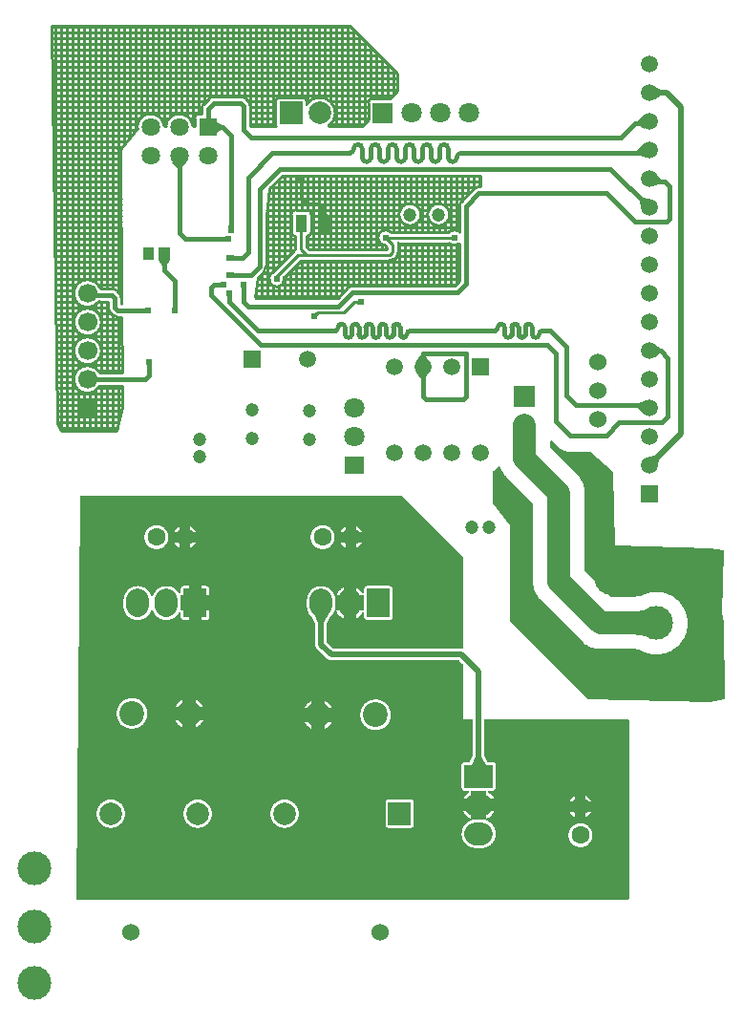
<source format=gbl>
G04 Layer: BottomLayer*
G04 EasyEDA v6.4.3, 2020-08-16T09:55:44+08:00*
G04 81dc946ae44a44bf806acedbfbfd66cd,06d3987d76a94bb6b6563c12ef58ecb4,10*
G04 Gerber Generator version 0.2*
G04 Scale: 100 percent, Rotated: No, Reflected: No *
G04 Dimensions in inches *
G04 leading zeros omitted , absolute positions ,2 integer and 4 decimal *
%FSLAX24Y24*%
%MOIN*%
G90*
G70D02*

%ADD10C,0.020000*%
%ADD11C,0.010000*%
%ADD12C,0.015000*%
%ADD14C,0.024000*%
%ADD15C,0.030000*%
%ADD22C,0.060000*%
%ADD23C,0.118110*%
%ADD25C,0.070866*%
%ADD26R,0.064300X0.064300*%
%ADD27C,0.064300*%
%ADD28R,0.066929X0.066929*%
%ADD29C,0.066929*%
%ADD31R,0.059000X0.059000*%
%ADD32C,0.059000*%
%ADD33C,0.047000*%
%ADD34R,0.074803X0.074803*%
%ADD35C,0.074803*%
%ADD36C,0.086614*%
%ADD37C,0.062992*%
%ADD38C,0.047244*%
%ADD39R,0.078740X0.078740*%
%ADD40C,0.078740*%
%ADD41R,0.070866X0.062000*%
%ADD42C,0.059055*%
%ADD43R,0.059055X0.059055*%
%ADD44C,0.050000*%
%ADD45C,0.080000*%

%LPD*%
G36*
G01X20097Y21277D02*
G01X20085Y21277D01*
G01X20079Y21276D01*
G01X20074Y21274D01*
G01X20064Y21268D01*
G01X20060Y21264D01*
G01X20054Y21254D01*
G01X20052Y21249D01*
G01X20051Y21243D01*
G01X20051Y21033D01*
G01X20052Y21027D01*
G01X20055Y21021D01*
G01X20058Y21016D01*
G01X20062Y21011D01*
G01X20987Y20087D01*
G01X21006Y20067D01*
G01X21024Y20047D01*
G01X21042Y20026D01*
G01X21059Y20005D01*
G01X21091Y19961D01*
G01X21106Y19939D01*
G01X21121Y19916D01*
G01X21160Y19844D01*
G01X21182Y19794D01*
G01X21192Y19769D01*
G01X21201Y19743D01*
G01X21210Y19718D01*
G01X21217Y19691D01*
G01X21224Y19665D01*
G01X21230Y19639D01*
G01X21236Y19612D01*
G01X21244Y19558D01*
G01X21247Y19531D01*
G01X21249Y19504D01*
G01X21251Y19450D01*
G01X21251Y16733D01*
G01X21252Y16727D01*
G01X21255Y16721D01*
G01X21258Y16716D01*
G01X21262Y16711D01*
G01X22161Y15812D01*
G01X22166Y15808D01*
G01X22171Y15805D01*
G01X22177Y15802D01*
G01X22189Y15800D01*
G01X22918Y15800D01*
G01X22922Y15801D01*
G01X23165Y15826D01*
G01X23171Y15827D01*
G01X23176Y15829D01*
G01X23181Y15832D01*
G01X23207Y15847D01*
G01X23233Y15861D01*
G01X23260Y15875D01*
G01X23287Y15888D01*
G01X23341Y15912D01*
G01X23369Y15923D01*
G01X23397Y15933D01*
G01X23426Y15942D01*
G01X23454Y15950D01*
G01X23483Y15958D01*
G01X23512Y15965D01*
G01X23542Y15971D01*
G01X23571Y15976D01*
G01X23601Y15981D01*
G01X23630Y15985D01*
G01X23720Y15991D01*
G01X23779Y15991D01*
G01X23809Y15989D01*
G01X23838Y15987D01*
G01X23868Y15985D01*
G01X23926Y15977D01*
G01X23955Y15971D01*
G01X23984Y15966D01*
G01X24013Y15959D01*
G01X24042Y15951D01*
G01X24070Y15943D01*
G01X24098Y15934D01*
G01X24154Y15914D01*
G01X24208Y15890D01*
G01X24234Y15877D01*
G01X24261Y15864D01*
G01X24287Y15850D01*
G01X24312Y15835D01*
G01X24362Y15803D01*
G01X24386Y15786D01*
G01X24410Y15768D01*
G01X24433Y15750D01*
G01X24456Y15731D01*
G01X24478Y15712D01*
G01X24500Y15692D01*
G01X24542Y15650D01*
G01X24562Y15628D01*
G01X24581Y15606D01*
G01X24600Y15583D01*
G01X24618Y15560D01*
G01X24636Y15536D01*
G01X24653Y15512D01*
G01X24685Y15462D01*
G01X24700Y15437D01*
G01X24714Y15411D01*
G01X24727Y15384D01*
G01X24740Y15358D01*
G01X24764Y15304D01*
G01X24784Y15248D01*
G01X24793Y15220D01*
G01X24801Y15192D01*
G01X24809Y15163D01*
G01X24816Y15134D01*
G01X24821Y15105D01*
G01X24827Y15076D01*
G01X24835Y15018D01*
G01X24837Y14988D01*
G01X24839Y14959D01*
G01X24841Y14929D01*
G01X24841Y14870D01*
G01X24839Y14840D01*
G01X24837Y14811D01*
G01X24835Y14781D01*
G01X24827Y14723D01*
G01X24821Y14694D01*
G01X24816Y14665D01*
G01X24809Y14636D01*
G01X24801Y14607D01*
G01X24793Y14579D01*
G01X24784Y14551D01*
G01X24764Y14495D01*
G01X24740Y14441D01*
G01X24727Y14415D01*
G01X24714Y14388D01*
G01X24700Y14362D01*
G01X24685Y14337D01*
G01X24653Y14287D01*
G01X24636Y14263D01*
G01X24618Y14239D01*
G01X24600Y14216D01*
G01X24581Y14193D01*
G01X24562Y14171D01*
G01X24542Y14149D01*
G01X24500Y14107D01*
G01X24478Y14087D01*
G01X24456Y14068D01*
G01X24433Y14049D01*
G01X24410Y14031D01*
G01X24386Y14013D01*
G01X24362Y13996D01*
G01X24312Y13964D01*
G01X24287Y13949D01*
G01X24261Y13935D01*
G01X24234Y13922D01*
G01X24208Y13909D01*
G01X24154Y13885D01*
G01X24098Y13865D01*
G01X24070Y13856D01*
G01X24042Y13848D01*
G01X24013Y13840D01*
G01X23984Y13833D01*
G01X23955Y13828D01*
G01X23926Y13822D01*
G01X23868Y13814D01*
G01X23838Y13812D01*
G01X23809Y13810D01*
G01X23779Y13808D01*
G01X23720Y13808D01*
G01X23630Y13814D01*
G01X23601Y13818D01*
G01X23571Y13823D01*
G01X23542Y13828D01*
G01X23512Y13834D01*
G01X23483Y13841D01*
G01X23454Y13849D01*
G01X23426Y13857D01*
G01X23397Y13866D01*
G01X23369Y13876D01*
G01X23341Y13887D01*
G01X23287Y13911D01*
G01X23260Y13924D01*
G01X23233Y13938D01*
G01X23207Y13952D01*
G01X23181Y13967D01*
G01X23176Y13970D01*
G01X23171Y13972D01*
G01X23165Y13973D01*
G01X22922Y13998D01*
G01X21800Y13998D01*
G01X21772Y13999D01*
G01X21745Y14000D01*
G01X21718Y14002D01*
G01X21691Y14005D01*
G01X21637Y14013D01*
G01X21610Y14019D01*
G01X21584Y14025D01*
G01X21558Y14032D01*
G01X21531Y14039D01*
G01X21506Y14048D01*
G01X21480Y14057D01*
G01X21455Y14067D01*
G01X21405Y14089D01*
G01X21333Y14128D01*
G01X21310Y14143D01*
G01X21288Y14158D01*
G01X21244Y14190D01*
G01X21223Y14207D01*
G01X21202Y14225D01*
G01X21182Y14243D01*
G01X21162Y14262D01*
G01X19712Y15712D01*
G01X19693Y15732D01*
G01X19675Y15752D01*
G01X19657Y15773D01*
G01X19640Y15794D01*
G01X19608Y15838D01*
G01X19593Y15860D01*
G01X19578Y15883D01*
G01X19539Y15955D01*
G01X19517Y16005D01*
G01X19507Y16030D01*
G01X19498Y16056D01*
G01X19489Y16081D01*
G01X19482Y16108D01*
G01X19475Y16134D01*
G01X19469Y16160D01*
G01X19463Y16187D01*
G01X19455Y16241D01*
G01X19452Y16268D01*
G01X19450Y16295D01*
G01X19449Y16322D01*
G01X19448Y16350D01*
G01X19448Y19066D01*
G01X19447Y19072D01*
G01X19444Y19078D01*
G01X19441Y19083D01*
G01X19437Y19088D01*
G01X18512Y20012D01*
G01X18494Y20032D01*
G01X18475Y20052D01*
G01X18458Y20072D01*
G01X18441Y20093D01*
G01X18425Y20114D01*
G01X18409Y20136D01*
G01X18394Y20159D01*
G01X18380Y20181D01*
G01X18366Y20205D01*
G01X18353Y20228D01*
G01X18341Y20252D01*
G01X18329Y20277D01*
G01X18318Y20301D01*
G01X18308Y20326D01*
G01X18299Y20352D01*
G01X18297Y20357D01*
G01X18289Y20367D01*
G01X18285Y20371D01*
G01X18279Y20374D01*
G01X18274Y20377D01*
G01X18268Y20378D01*
G01X18255Y20378D01*
G01X18249Y20377D01*
G01X18239Y20371D01*
G01X18234Y20367D01*
G01X18230Y20363D01*
G01X18214Y20343D01*
G01X18180Y20305D01*
G01X18163Y20287D01*
G01X18144Y20269D01*
G01X18126Y20252D01*
G01X18106Y20235D01*
G01X18086Y20219D01*
G01X18066Y20204D01*
G01X18061Y20200D01*
G01X18057Y20195D01*
G01X18054Y20190D01*
G01X18051Y20184D01*
G01X18050Y20178D01*
G01X18050Y19106D01*
G01X18054Y19094D01*
G01X18057Y19089D01*
G01X18650Y18300D01*
G01X18650Y14960D01*
G01X18651Y14954D01*
G01X18654Y14948D01*
G01X18657Y14943D01*
G01X18661Y14938D01*
G01X21338Y12261D01*
G01X21343Y12257D01*
G01X21348Y12254D01*
G01X21354Y12251D01*
G01X21359Y12250D01*
G01X21366Y12249D01*
G01X25645Y12150D01*
G01X25654Y12150D01*
G01X26116Y12243D01*
G01X26128Y12247D01*
G01X26133Y12250D01*
G01X26137Y12254D01*
G01X26141Y12259D01*
G01X26144Y12264D01*
G01X26147Y12270D01*
G01X26148Y12276D01*
G01X26148Y12304D01*
G01X26100Y14947D01*
G01X26099Y14952D01*
G01X26050Y15250D01*
G01X26099Y17413D01*
G01X26099Y17414D01*
G01X26098Y17420D01*
G01X26097Y17425D01*
G01X26095Y17431D01*
G01X26092Y17436D01*
G01X26088Y17440D01*
G01X26084Y17445D01*
G01X26080Y17448D01*
G01X26074Y17451D01*
G01X26069Y17452D01*
G01X26063Y17454D01*
G01X25651Y17499D01*
G01X25648Y17500D01*
G01X22300Y17600D01*
G01X22250Y20132D01*
G01X22249Y20138D01*
G01X22247Y20145D01*
G01X22245Y20151D01*
G01X22241Y20156D01*
G01X22236Y20161D01*
G01X21430Y20864D01*
G01X21426Y20867D01*
G01X21421Y20870D01*
G01X21415Y20872D01*
G01X21410Y20873D01*
G01X20750Y20873D01*
G01X20706Y20875D01*
G01X20685Y20877D01*
G01X20664Y20880D01*
G01X20642Y20884D01*
G01X20621Y20888D01*
G01X20600Y20893D01*
G01X20580Y20899D01*
G01X20559Y20906D01*
G01X20539Y20913D01*
G01X20519Y20922D01*
G01X20500Y20931D01*
G01X20480Y20940D01*
G01X20461Y20951D01*
G01X20443Y20962D01*
G01X20407Y20986D01*
G01X20390Y20999D01*
G01X20358Y21027D01*
G01X20342Y21042D01*
G01X20119Y21266D01*
G01X20114Y21270D01*
G01X20109Y21273D01*
G01X20097Y21277D01*
G37*

%LPD*%
G36*
G01X14833Y19350D02*
G01X3689Y19350D01*
G01X3683Y19349D01*
G01X3678Y19348D01*
G01X3673Y19346D01*
G01X3663Y19340D01*
G01X3659Y19336D01*
G01X3653Y19326D01*
G01X3651Y19321D01*
G01X3650Y19316D01*
G01X3649Y19310D01*
G01X3500Y5290D01*
G01X3500Y5284D01*
G01X3502Y5278D01*
G01X3506Y5268D01*
G01X3510Y5263D01*
G01X3514Y5259D01*
G01X3518Y5256D01*
G01X3523Y5253D01*
G01X3529Y5251D01*
G01X3534Y5250D01*
G01X22739Y5250D01*
G01X22745Y5251D01*
G01X22751Y5254D01*
G01X22756Y5257D01*
G01X22761Y5261D01*
G01X22788Y5288D01*
G01X22792Y5293D01*
G01X22795Y5298D01*
G01X22798Y5304D01*
G01X22800Y5316D01*
G01X22800Y11483D01*
G01X22798Y11495D01*
G01X22795Y11501D01*
G01X22792Y11506D01*
G01X22788Y11511D01*
G01X22761Y11538D01*
G01X22756Y11542D01*
G01X22751Y11545D01*
G01X22745Y11548D01*
G01X22733Y11550D01*
G01X17790Y11550D01*
G01X17785Y11549D01*
G01X17779Y11548D01*
G01X17774Y11546D01*
G01X17764Y11540D01*
G01X17760Y11536D01*
G01X17754Y11526D01*
G01X17752Y11521D01*
G01X17751Y11515D01*
G01X17751Y10271D01*
G01X17752Y10265D01*
G01X17854Y10061D01*
G01X17858Y10056D01*
G01X17863Y10052D01*
G01X17868Y10049D01*
G01X17874Y10046D01*
G01X17880Y10045D01*
G01X17887Y10044D01*
G01X18051Y10044D01*
G01X18060Y10043D01*
G01X18069Y10041D01*
G01X18078Y10038D01*
G01X18087Y10034D01*
G01X18095Y10029D01*
G01X18102Y10024D01*
G01X18110Y10018D01*
G01X18116Y10012D01*
G01X18122Y10004D01*
G01X18127Y9997D01*
G01X18132Y9989D01*
G01X18136Y9980D01*
G01X18139Y9971D01*
G01X18141Y9962D01*
G01X18143Y9944D01*
G01X18143Y9155D01*
G01X18141Y9137D01*
G01X18139Y9128D01*
G01X18136Y9119D01*
G01X18132Y9110D01*
G01X18127Y9102D01*
G01X18122Y9095D01*
G01X18116Y9087D01*
G01X18110Y9081D01*
G01X18102Y9075D01*
G01X18095Y9070D01*
G01X18087Y9065D01*
G01X18078Y9061D01*
G01X18069Y9058D01*
G01X18060Y9056D01*
G01X18042Y9054D01*
G01X17906Y9054D01*
G01X17901Y9053D01*
G01X17895Y9051D01*
G01X17890Y9048D01*
G01X17886Y9045D01*
G01X17882Y9041D01*
G01X17878Y9036D01*
G01X17874Y9026D01*
G01X17872Y9020D01*
G01X17872Y9008D01*
G01X17874Y9003D01*
G01X17876Y8997D01*
G01X17879Y8992D01*
G01X17883Y8987D01*
G01X17887Y8983D01*
G01X17892Y8980D01*
G01X17910Y8969D01*
G01X17927Y8958D01*
G01X17944Y8946D01*
G01X17961Y8933D01*
G01X17977Y8919D01*
G01X17992Y8905D01*
G01X18007Y8890D01*
G01X18021Y8875D01*
G01X18034Y8859D01*
G01X18047Y8842D01*
G01X18059Y8825D01*
G01X18070Y8808D01*
G01X18080Y8790D01*
G01X18090Y8771D01*
G01X17821Y8771D01*
G01X17821Y9014D01*
G01X17819Y9026D01*
G01X17817Y9031D01*
G01X17811Y9041D01*
G01X17807Y9045D01*
G01X17797Y9051D01*
G01X17792Y9053D01*
G01X17786Y9054D01*
G01X17313Y9054D01*
G01X17307Y9053D01*
G01X17302Y9051D01*
G01X17292Y9045D01*
G01X17288Y9041D01*
G01X17282Y9031D01*
G01X17280Y9026D01*
G01X17278Y9014D01*
G01X17278Y8771D01*
G01X17009Y8771D01*
G01X17019Y8790D01*
G01X17029Y8808D01*
G01X17040Y8825D01*
G01X17052Y8842D01*
G01X17065Y8859D01*
G01X17078Y8875D01*
G01X17092Y8890D01*
G01X17107Y8905D01*
G01X17122Y8919D01*
G01X17138Y8933D01*
G01X17155Y8946D01*
G01X17172Y8958D01*
G01X17189Y8969D01*
G01X17207Y8980D01*
G01X17212Y8983D01*
G01X17216Y8987D01*
G01X17220Y8992D01*
G01X17223Y8997D01*
G01X17225Y9003D01*
G01X17227Y9008D01*
G01X17227Y9020D01*
G01X17225Y9026D01*
G01X17221Y9036D01*
G01X17217Y9041D01*
G01X17213Y9045D01*
G01X17209Y9048D01*
G01X17204Y9051D01*
G01X17198Y9053D01*
G01X17193Y9054D01*
G01X17057Y9054D01*
G01X17039Y9056D01*
G01X17030Y9058D01*
G01X17021Y9061D01*
G01X17012Y9065D01*
G01X17004Y9070D01*
G01X16997Y9075D01*
G01X16989Y9081D01*
G01X16983Y9087D01*
G01X16977Y9095D01*
G01X16972Y9102D01*
G01X16967Y9110D01*
G01X16963Y9119D01*
G01X16960Y9128D01*
G01X16958Y9137D01*
G01X16957Y9146D01*
G01X16957Y9953D01*
G01X16958Y9962D01*
G01X16960Y9971D01*
G01X16963Y9980D01*
G01X16967Y9989D01*
G01X16972Y9997D01*
G01X16977Y10004D01*
G01X16983Y10012D01*
G01X16989Y10018D01*
G01X16997Y10024D01*
G01X17004Y10029D01*
G01X17012Y10034D01*
G01X17021Y10038D01*
G01X17030Y10041D01*
G01X17039Y10043D01*
G01X17048Y10044D01*
G01X17212Y10044D01*
G01X17219Y10045D01*
G01X17225Y10046D01*
G01X17231Y10049D01*
G01X17236Y10052D01*
G01X17241Y10056D01*
G01X17245Y10061D01*
G01X17347Y10265D01*
G01X17348Y10271D01*
G01X17348Y11515D01*
G01X17347Y11521D01*
G01X17345Y11526D01*
G01X17339Y11536D01*
G01X17335Y11540D01*
G01X17325Y11546D01*
G01X17320Y11548D01*
G01X17314Y11549D01*
G01X17309Y11550D01*
G01X17000Y11550D01*
G01X17000Y13449D01*
G01X16998Y13461D01*
G01X16995Y13467D01*
G01X16992Y13472D01*
G01X16988Y13477D01*
G01X16878Y13587D01*
G01X16873Y13591D01*
G01X16868Y13594D01*
G01X16862Y13597D01*
G01X16856Y13598D01*
G01X12400Y13598D01*
G01X12386Y13599D01*
G01X12373Y13600D01*
G01X12360Y13602D01*
G01X12347Y13605D01*
G01X12335Y13609D01*
G01X12311Y13619D01*
G01X12299Y13625D01*
G01X12288Y13632D01*
G01X12277Y13640D01*
G01X12267Y13648D01*
G01X12257Y13657D01*
G01X11907Y14007D01*
G01X11898Y14017D01*
G01X11890Y14027D01*
G01X11882Y14038D01*
G01X11875Y14049D01*
G01X11869Y14061D01*
G01X11859Y14085D01*
G01X11855Y14097D01*
G01X11852Y14110D01*
G01X11850Y14123D01*
G01X11849Y14136D01*
G01X11848Y14150D01*
G01X11848Y14870D01*
G01X11847Y14876D01*
G01X11844Y14882D01*
G01X11722Y15127D01*
G01X11718Y15133D01*
G01X11684Y15167D01*
G01X11658Y15199D01*
G01X11646Y15215D01*
G01X11624Y15249D01*
G01X11614Y15267D01*
G01X11596Y15303D01*
G01X11588Y15322D01*
G01X11581Y15341D01*
G01X11575Y15361D01*
G01X11570Y15380D01*
G01X11565Y15400D01*
G01X11561Y15420D01*
G01X11559Y15440D01*
G01X11556Y15460D01*
G01X11555Y15481D01*
G01X11555Y15718D01*
G01X11556Y15738D01*
G01X11558Y15758D01*
G01X11561Y15777D01*
G01X11565Y15797D01*
G01X11569Y15816D01*
G01X11574Y15836D01*
G01X11580Y15855D01*
G01X11587Y15873D01*
G01X11594Y15892D01*
G01X11603Y15910D01*
G01X11611Y15928D01*
G01X11631Y15962D01*
G01X11642Y15979D01*
G01X11666Y16011D01*
G01X11679Y16026D01*
G01X11693Y16041D01*
G01X11707Y16055D01*
G01X11721Y16068D01*
G01X11737Y16081D01*
G01X11752Y16093D01*
G01X11768Y16105D01*
G01X11785Y16116D01*
G01X11802Y16126D01*
G01X11820Y16136D01*
G01X11837Y16145D01*
G01X11856Y16153D01*
G01X11874Y16160D01*
G01X11893Y16167D01*
G01X11912Y16173D01*
G01X11931Y16178D01*
G01X11951Y16183D01*
G01X11970Y16186D01*
G01X11990Y16189D01*
G01X12010Y16191D01*
G01X12050Y16193D01*
G01X12069Y16192D01*
G01X12089Y16191D01*
G01X12109Y16189D01*
G01X12129Y16186D01*
G01X12148Y16183D01*
G01X12168Y16178D01*
G01X12187Y16173D01*
G01X12206Y16167D01*
G01X12225Y16160D01*
G01X12243Y16153D01*
G01X12262Y16145D01*
G01X12279Y16136D01*
G01X12297Y16126D01*
G01X12314Y16116D01*
G01X12331Y16105D01*
G01X12347Y16093D01*
G01X12362Y16081D01*
G01X12378Y16068D01*
G01X12392Y16055D01*
G01X12406Y16041D01*
G01X12420Y16026D01*
G01X12433Y16011D01*
G01X12457Y15979D01*
G01X12468Y15962D01*
G01X12488Y15928D01*
G01X12496Y15910D01*
G01X12505Y15892D01*
G01X12512Y15873D01*
G01X12515Y15868D01*
G01X12518Y15862D01*
G01X12528Y15854D01*
G01X12533Y15851D01*
G01X12530Y15845D01*
G01X12528Y15838D01*
G01X12527Y15831D01*
G01X12533Y15801D01*
G01X12537Y15780D01*
G01X12540Y15760D01*
G01X12542Y15739D01*
G01X12544Y15719D01*
G01X12544Y15480D01*
G01X12542Y15460D01*
G01X12540Y15439D01*
G01X12537Y15419D01*
G01X12533Y15398D01*
G01X12527Y15368D01*
G01X12528Y15361D01*
G01X12530Y15354D01*
G01X12533Y15348D01*
G01X12528Y15345D01*
G01X12518Y15337D01*
G01X12515Y15331D01*
G01X12512Y15326D01*
G01X12496Y15288D01*
G01X12486Y15269D01*
G01X12476Y15251D01*
G01X12466Y15234D01*
G01X12454Y15216D01*
G01X12442Y15200D01*
G01X12429Y15184D01*
G01X12415Y15168D01*
G01X12401Y15153D01*
G01X12386Y15139D01*
G01X12381Y15133D01*
G01X12378Y15127D01*
G01X12255Y14882D01*
G01X12252Y14876D01*
G01X12251Y14870D01*
G01X12251Y14243D01*
G01X12252Y14237D01*
G01X12255Y14231D01*
G01X12258Y14226D01*
G01X12262Y14221D01*
G01X12471Y14012D01*
G01X12476Y14008D01*
G01X12481Y14005D01*
G01X12487Y14002D01*
G01X12499Y14000D01*
G01X16960Y14000D01*
G01X16965Y14001D01*
G01X16971Y14002D01*
G01X16976Y14004D01*
G01X16986Y14010D01*
G01X16990Y14014D01*
G01X16996Y14024D01*
G01X16998Y14029D01*
G01X16999Y14035D01*
G01X17000Y14040D01*
G01X17000Y17183D01*
G01X16998Y17195D01*
G01X16995Y17201D01*
G01X16992Y17206D01*
G01X16988Y17211D01*
G01X14861Y19338D01*
G01X14856Y19342D01*
G01X14851Y19345D01*
G01X14845Y19348D01*
G01X14833Y19350D01*
G37*

%LPC*%
G36*
G01X5669Y16192D02*
G01X5650Y16193D01*
G01X5610Y16191D01*
G01X5590Y16189D01*
G01X5570Y16186D01*
G01X5551Y16183D01*
G01X5531Y16178D01*
G01X5512Y16173D01*
G01X5493Y16167D01*
G01X5474Y16160D01*
G01X5456Y16153D01*
G01X5437Y16145D01*
G01X5420Y16136D01*
G01X5402Y16126D01*
G01X5385Y16116D01*
G01X5368Y16105D01*
G01X5352Y16093D01*
G01X5337Y16081D01*
G01X5321Y16068D01*
G01X5307Y16055D01*
G01X5293Y16041D01*
G01X5279Y16026D01*
G01X5266Y16011D01*
G01X5242Y15979D01*
G01X5231Y15962D01*
G01X5211Y15928D01*
G01X5203Y15910D01*
G01X5194Y15892D01*
G01X5187Y15873D01*
G01X5180Y15855D01*
G01X5174Y15836D01*
G01X5169Y15816D01*
G01X5165Y15797D01*
G01X5161Y15777D01*
G01X5158Y15758D01*
G01X5156Y15738D01*
G01X5155Y15718D01*
G01X5155Y15481D01*
G01X5156Y15461D01*
G01X5158Y15441D01*
G01X5161Y15422D01*
G01X5165Y15402D01*
G01X5169Y15383D01*
G01X5174Y15363D01*
G01X5180Y15344D01*
G01X5187Y15326D01*
G01X5194Y15307D01*
G01X5203Y15289D01*
G01X5211Y15271D01*
G01X5231Y15237D01*
G01X5242Y15220D01*
G01X5266Y15188D01*
G01X5279Y15173D01*
G01X5293Y15158D01*
G01X5307Y15144D01*
G01X5321Y15131D01*
G01X5337Y15118D01*
G01X5352Y15106D01*
G01X5368Y15094D01*
G01X5385Y15083D01*
G01X5402Y15073D01*
G01X5420Y15063D01*
G01X5437Y15054D01*
G01X5456Y15046D01*
G01X5474Y15039D01*
G01X5493Y15032D01*
G01X5512Y15026D01*
G01X5531Y15021D01*
G01X5551Y15016D01*
G01X5570Y15013D01*
G01X5590Y15010D01*
G01X5610Y15008D01*
G01X5650Y15006D01*
G01X5669Y15007D01*
G01X5689Y15008D01*
G01X5709Y15010D01*
G01X5729Y15013D01*
G01X5748Y15016D01*
G01X5768Y15021D01*
G01X5787Y15026D01*
G01X5806Y15032D01*
G01X5825Y15039D01*
G01X5843Y15046D01*
G01X5862Y15054D01*
G01X5879Y15063D01*
G01X5897Y15073D01*
G01X5914Y15083D01*
G01X5931Y15094D01*
G01X5947Y15106D01*
G01X5962Y15118D01*
G01X5978Y15131D01*
G01X5992Y15144D01*
G01X6006Y15158D01*
G01X6020Y15173D01*
G01X6033Y15188D01*
G01X6057Y15220D01*
G01X6068Y15237D01*
G01X6088Y15271D01*
G01X6096Y15289D01*
G01X6105Y15307D01*
G01X6112Y15326D01*
G01X6118Y15336D01*
G01X6122Y15341D01*
G01X6127Y15345D01*
G01X6132Y15348D01*
G01X6138Y15350D01*
G01X6143Y15351D01*
G01X6150Y15352D01*
G01X6156Y15351D01*
G01X6161Y15350D01*
G01X6167Y15348D01*
G01X6172Y15345D01*
G01X6177Y15341D01*
G01X6181Y15336D01*
G01X6187Y15326D01*
G01X6194Y15307D01*
G01X6203Y15289D01*
G01X6211Y15271D01*
G01X6231Y15237D01*
G01X6242Y15220D01*
G01X6266Y15188D01*
G01X6279Y15173D01*
G01X6293Y15158D01*
G01X6307Y15144D01*
G01X6321Y15131D01*
G01X6337Y15118D01*
G01X6352Y15106D01*
G01X6368Y15094D01*
G01X6385Y15083D01*
G01X6402Y15073D01*
G01X6420Y15063D01*
G01X6437Y15054D01*
G01X6456Y15046D01*
G01X6474Y15039D01*
G01X6493Y15032D01*
G01X6512Y15026D01*
G01X6531Y15021D01*
G01X6551Y15016D01*
G01X6570Y15013D01*
G01X6590Y15010D01*
G01X6610Y15008D01*
G01X6650Y15006D01*
G01X6690Y15008D01*
G01X6710Y15010D01*
G01X6729Y15013D01*
G01X6769Y15021D01*
G01X6788Y15026D01*
G01X6807Y15032D01*
G01X6826Y15039D01*
G01X6845Y15047D01*
G01X6863Y15055D01*
G01X6881Y15064D01*
G01X6898Y15074D01*
G01X6916Y15084D01*
G01X6932Y15095D01*
G01X6964Y15119D01*
G01X6979Y15132D01*
G01X6994Y15146D01*
G01X7008Y15160D01*
G01X7022Y15175D01*
G01X7035Y15191D01*
G01X7047Y15206D01*
G01X7059Y15223D01*
G01X7069Y15240D01*
G01X7080Y15257D01*
G01X7083Y15262D01*
G01X7087Y15266D01*
G01X7092Y15270D01*
G01X7097Y15273D01*
G01X7109Y15277D01*
G01X7120Y15277D01*
G01X7126Y15275D01*
G01X7136Y15271D01*
G01X7141Y15267D01*
G01X7145Y15263D01*
G01X7148Y15259D01*
G01X7151Y15254D01*
G01X7153Y15248D01*
G01X7154Y15243D01*
G01X7155Y15237D01*
G01X7155Y15098D01*
G01X7156Y15089D01*
G01X7158Y15080D01*
G01X7161Y15071D01*
G01X7165Y15062D01*
G01X7170Y15054D01*
G01X7175Y15047D01*
G01X7181Y15039D01*
G01X7187Y15033D01*
G01X7195Y15027D01*
G01X7202Y15022D01*
G01X7210Y15017D01*
G01X7219Y15013D01*
G01X7228Y15010D01*
G01X7237Y15008D01*
G01X7246Y15007D01*
G01X7256Y15006D01*
G01X7428Y15006D01*
G01X7428Y15328D01*
G01X7168Y15328D01*
G01X7156Y15330D01*
G01X7151Y15332D01*
G01X7141Y15338D01*
G01X7137Y15342D01*
G01X7131Y15352D01*
G01X7129Y15357D01*
G01X7128Y15363D01*
G01X7128Y15369D01*
G01X7129Y15378D01*
G01X7133Y15399D01*
G01X7137Y15419D01*
G01X7140Y15439D01*
G01X7142Y15460D01*
G01X7144Y15480D01*
G01X7144Y15719D01*
G01X7142Y15739D01*
G01X7140Y15760D01*
G01X7137Y15780D01*
G01X7133Y15800D01*
G01X7129Y15821D01*
G01X7128Y15830D01*
G01X7128Y15836D01*
G01X7129Y15842D01*
G01X7131Y15847D01*
G01X7137Y15857D01*
G01X7141Y15861D01*
G01X7151Y15867D01*
G01X7156Y15869D01*
G01X7168Y15871D01*
G01X7428Y15871D01*
G01X7428Y16192D01*
G01X7246Y16192D01*
G01X7237Y16191D01*
G01X7228Y16189D01*
G01X7219Y16186D01*
G01X7210Y16182D01*
G01X7202Y16177D01*
G01X7195Y16172D01*
G01X7187Y16166D01*
G01X7181Y16160D01*
G01X7175Y16152D01*
G01X7170Y16145D01*
G01X7165Y16137D01*
G01X7161Y16128D01*
G01X7158Y16119D01*
G01X7156Y16110D01*
G01X7155Y16101D01*
G01X7155Y15962D01*
G01X7154Y15956D01*
G01X7153Y15951D01*
G01X7151Y15945D01*
G01X7148Y15940D01*
G01X7145Y15936D01*
G01X7141Y15932D01*
G01X7136Y15928D01*
G01X7131Y15925D01*
G01X7126Y15923D01*
G01X7120Y15922D01*
G01X7109Y15922D01*
G01X7097Y15926D01*
G01X7092Y15929D01*
G01X7087Y15933D01*
G01X7083Y15937D01*
G01X7080Y15942D01*
G01X7069Y15959D01*
G01X7059Y15976D01*
G01X7047Y15993D01*
G01X7035Y16008D01*
G01X7022Y16024D01*
G01X7008Y16039D01*
G01X6994Y16053D01*
G01X6979Y16067D01*
G01X6964Y16080D01*
G01X6932Y16104D01*
G01X6916Y16115D01*
G01X6898Y16125D01*
G01X6881Y16135D01*
G01X6863Y16144D01*
G01X6845Y16152D01*
G01X6826Y16160D01*
G01X6807Y16167D01*
G01X6788Y16173D01*
G01X6769Y16178D01*
G01X6729Y16186D01*
G01X6710Y16189D01*
G01X6690Y16191D01*
G01X6650Y16193D01*
G01X6610Y16191D01*
G01X6590Y16189D01*
G01X6570Y16186D01*
G01X6551Y16183D01*
G01X6531Y16178D01*
G01X6512Y16173D01*
G01X6493Y16167D01*
G01X6474Y16160D01*
G01X6456Y16153D01*
G01X6437Y16145D01*
G01X6420Y16136D01*
G01X6402Y16126D01*
G01X6385Y16116D01*
G01X6368Y16105D01*
G01X6352Y16093D01*
G01X6337Y16081D01*
G01X6321Y16068D01*
G01X6307Y16055D01*
G01X6293Y16041D01*
G01X6279Y16026D01*
G01X6266Y16011D01*
G01X6242Y15979D01*
G01X6231Y15962D01*
G01X6211Y15928D01*
G01X6203Y15910D01*
G01X6194Y15892D01*
G01X6187Y15873D01*
G01X6181Y15863D01*
G01X6177Y15858D01*
G01X6172Y15854D01*
G01X6167Y15851D01*
G01X6161Y15849D01*
G01X6156Y15848D01*
G01X6150Y15847D01*
G01X6143Y15848D01*
G01X6138Y15849D01*
G01X6132Y15851D01*
G01X6127Y15854D01*
G01X6122Y15858D01*
G01X6118Y15863D01*
G01X6112Y15873D01*
G01X6105Y15892D01*
G01X6096Y15910D01*
G01X6088Y15928D01*
G01X6068Y15962D01*
G01X6057Y15979D01*
G01X6033Y16011D01*
G01X6020Y16026D01*
G01X6006Y16041D01*
G01X5992Y16055D01*
G01X5978Y16068D01*
G01X5962Y16081D01*
G01X5947Y16093D01*
G01X5931Y16105D01*
G01X5914Y16116D01*
G01X5897Y16126D01*
G01X5879Y16136D01*
G01X5862Y16145D01*
G01X5843Y16153D01*
G01X5825Y16160D01*
G01X5806Y16167D01*
G01X5787Y16173D01*
G01X5768Y16178D01*
G01X5748Y16183D01*
G01X5729Y16186D01*
G01X5709Y16189D01*
G01X5689Y16191D01*
G01X5669Y16192D01*
G37*
G36*
G01X14453Y16192D02*
G01X13646Y16192D01*
G01X13637Y16191D01*
G01X13628Y16189D01*
G01X13619Y16186D01*
G01X13610Y16182D01*
G01X13602Y16177D01*
G01X13595Y16172D01*
G01X13587Y16166D01*
G01X13581Y16160D01*
G01X13575Y16152D01*
G01X13570Y16145D01*
G01X13565Y16137D01*
G01X13561Y16128D01*
G01X13558Y16119D01*
G01X13556Y16110D01*
G01X13555Y16101D01*
G01X13555Y15962D01*
G01X13554Y15956D01*
G01X13553Y15951D01*
G01X13551Y15945D01*
G01X13548Y15940D01*
G01X13545Y15936D01*
G01X13541Y15932D01*
G01X13536Y15928D01*
G01X13531Y15925D01*
G01X13526Y15923D01*
G01X13520Y15922D01*
G01X13509Y15922D01*
G01X13497Y15926D01*
G01X13492Y15929D01*
G01X13487Y15933D01*
G01X13483Y15937D01*
G01X13480Y15942D01*
G01X13469Y15960D01*
G01X13458Y15977D01*
G01X13446Y15994D01*
G01X13433Y16011D01*
G01X13419Y16027D01*
G01X13405Y16042D01*
G01X13390Y16057D01*
G01X13375Y16071D01*
G01X13359Y16084D01*
G01X13342Y16097D01*
G01X13325Y16109D01*
G01X13308Y16120D01*
G01X13290Y16130D01*
G01X13271Y16140D01*
G01X13271Y15871D01*
G01X13515Y15871D01*
G01X13520Y15870D01*
G01X13526Y15869D01*
G01X13531Y15867D01*
G01X13541Y15861D01*
G01X13545Y15857D01*
G01X13551Y15847D01*
G01X13553Y15842D01*
G01X13554Y15836D01*
G01X13555Y15831D01*
G01X13555Y15368D01*
G01X13554Y15363D01*
G01X13553Y15357D01*
G01X13551Y15352D01*
G01X13545Y15342D01*
G01X13541Y15338D01*
G01X13531Y15332D01*
G01X13526Y15330D01*
G01X13520Y15329D01*
G01X13515Y15328D01*
G01X13271Y15328D01*
G01X13271Y15059D01*
G01X13290Y15069D01*
G01X13308Y15079D01*
G01X13325Y15090D01*
G01X13342Y15102D01*
G01X13359Y15115D01*
G01X13375Y15128D01*
G01X13390Y15142D01*
G01X13405Y15157D01*
G01X13419Y15172D01*
G01X13433Y15188D01*
G01X13446Y15205D01*
G01X13458Y15222D01*
G01X13469Y15239D01*
G01X13480Y15257D01*
G01X13483Y15262D01*
G01X13487Y15266D01*
G01X13492Y15270D01*
G01X13497Y15273D01*
G01X13509Y15277D01*
G01X13520Y15277D01*
G01X13526Y15275D01*
G01X13536Y15271D01*
G01X13541Y15267D01*
G01X13545Y15263D01*
G01X13548Y15259D01*
G01X13551Y15254D01*
G01X13553Y15248D01*
G01X13554Y15243D01*
G01X13555Y15237D01*
G01X13555Y15098D01*
G01X13556Y15089D01*
G01X13558Y15080D01*
G01X13561Y15071D01*
G01X13565Y15062D01*
G01X13570Y15054D01*
G01X13575Y15047D01*
G01X13581Y15039D01*
G01X13587Y15033D01*
G01X13595Y15027D01*
G01X13602Y15022D01*
G01X13610Y15017D01*
G01X13619Y15013D01*
G01X13628Y15010D01*
G01X13637Y15008D01*
G01X13646Y15007D01*
G01X13656Y15006D01*
G01X14444Y15006D01*
G01X14462Y15008D01*
G01X14471Y15010D01*
G01X14480Y15013D01*
G01X14489Y15017D01*
G01X14497Y15022D01*
G01X14504Y15027D01*
G01X14512Y15033D01*
G01X14518Y15039D01*
G01X14524Y15047D01*
G01X14529Y15054D01*
G01X14534Y15062D01*
G01X14538Y15071D01*
G01X14541Y15080D01*
G01X14543Y15089D01*
G01X14544Y15098D01*
G01X14544Y16101D01*
G01X14543Y16110D01*
G01X14541Y16119D01*
G01X14538Y16128D01*
G01X14534Y16137D01*
G01X14529Y16145D01*
G01X14524Y16152D01*
G01X14518Y16160D01*
G01X14512Y16166D01*
G01X14504Y16172D01*
G01X14497Y16177D01*
G01X14489Y16182D01*
G01X14480Y16186D01*
G01X14471Y16189D01*
G01X14462Y16191D01*
G01X14453Y16192D01*
G37*
G36*
G01X17669Y8044D02*
G01X17430Y8044D01*
G01X17410Y8042D01*
G01X17389Y8040D01*
G01X17369Y8037D01*
G01X17348Y8033D01*
G01X17318Y8027D01*
G01X17311Y8028D01*
G01X17304Y8030D01*
G01X17298Y8033D01*
G01X17295Y8028D01*
G01X17287Y8018D01*
G01X17281Y8015D01*
G01X17276Y8012D01*
G01X17257Y8005D01*
G01X17239Y7996D01*
G01X17221Y7988D01*
G01X17187Y7968D01*
G01X17170Y7957D01*
G01X17138Y7933D01*
G01X17123Y7920D01*
G01X17108Y7906D01*
G01X17094Y7892D01*
G01X17081Y7878D01*
G01X17068Y7862D01*
G01X17056Y7847D01*
G01X17044Y7831D01*
G01X17033Y7814D01*
G01X17023Y7797D01*
G01X17013Y7779D01*
G01X17004Y7762D01*
G01X16996Y7743D01*
G01X16989Y7725D01*
G01X16982Y7706D01*
G01X16976Y7687D01*
G01X16971Y7668D01*
G01X16966Y7648D01*
G01X16963Y7629D01*
G01X16960Y7609D01*
G01X16958Y7589D01*
G01X16957Y7569D01*
G01X16956Y7550D01*
G01X16958Y7510D01*
G01X16960Y7490D01*
G01X16963Y7470D01*
G01X16966Y7451D01*
G01X16971Y7431D01*
G01X16976Y7412D01*
G01X16982Y7393D01*
G01X16989Y7374D01*
G01X16996Y7356D01*
G01X17004Y7337D01*
G01X17013Y7320D01*
G01X17023Y7302D01*
G01X17033Y7285D01*
G01X17044Y7268D01*
G01X17056Y7252D01*
G01X17068Y7237D01*
G01X17081Y7221D01*
G01X17094Y7207D01*
G01X17108Y7193D01*
G01X17123Y7179D01*
G01X17138Y7166D01*
G01X17170Y7142D01*
G01X17187Y7131D01*
G01X17221Y7111D01*
G01X17239Y7103D01*
G01X17257Y7094D01*
G01X17276Y7087D01*
G01X17294Y7080D01*
G01X17313Y7074D01*
G01X17333Y7069D01*
G01X17352Y7065D01*
G01X17372Y7061D01*
G01X17391Y7058D01*
G01X17411Y7056D01*
G01X17431Y7055D01*
G01X17668Y7055D01*
G01X17688Y7056D01*
G01X17708Y7058D01*
G01X17727Y7061D01*
G01X17747Y7065D01*
G01X17766Y7069D01*
G01X17786Y7074D01*
G01X17805Y7080D01*
G01X17823Y7087D01*
G01X17842Y7094D01*
G01X17860Y7103D01*
G01X17878Y7111D01*
G01X17912Y7131D01*
G01X17929Y7142D01*
G01X17961Y7166D01*
G01X17976Y7179D01*
G01X17991Y7193D01*
G01X18005Y7207D01*
G01X18018Y7221D01*
G01X18031Y7237D01*
G01X18043Y7252D01*
G01X18055Y7268D01*
G01X18066Y7285D01*
G01X18076Y7302D01*
G01X18086Y7320D01*
G01X18095Y7337D01*
G01X18103Y7356D01*
G01X18110Y7374D01*
G01X18117Y7393D01*
G01X18123Y7412D01*
G01X18128Y7431D01*
G01X18133Y7451D01*
G01X18136Y7470D01*
G01X18139Y7490D01*
G01X18141Y7510D01*
G01X18143Y7550D01*
G01X18142Y7569D01*
G01X18141Y7589D01*
G01X18139Y7609D01*
G01X18136Y7629D01*
G01X18133Y7648D01*
G01X18128Y7668D01*
G01X18123Y7687D01*
G01X18117Y7706D01*
G01X18110Y7725D01*
G01X18103Y7743D01*
G01X18095Y7762D01*
G01X18086Y7779D01*
G01X18076Y7797D01*
G01X18066Y7814D01*
G01X18055Y7831D01*
G01X18043Y7847D01*
G01X18031Y7862D01*
G01X18018Y7878D01*
G01X18005Y7892D01*
G01X17991Y7906D01*
G01X17976Y7920D01*
G01X17961Y7933D01*
G01X17929Y7957D01*
G01X17912Y7968D01*
G01X17878Y7988D01*
G01X17860Y7996D01*
G01X17842Y8005D01*
G01X17823Y8012D01*
G01X17818Y8015D01*
G01X17812Y8018D01*
G01X17804Y8028D01*
G01X17801Y8033D01*
G01X17795Y8030D01*
G01X17788Y8028D01*
G01X17781Y8027D01*
G01X17751Y8033D01*
G01X17730Y8037D01*
G01X17710Y8040D01*
G01X17689Y8042D01*
G01X17669Y8044D01*
G37*
G36*
G01X5470Y12283D02*
G01X5450Y12284D01*
G01X5408Y12282D01*
G01X5387Y12280D01*
G01X5366Y12277D01*
G01X5345Y12273D01*
G01X5325Y12269D01*
G01X5305Y12264D01*
G01X5284Y12257D01*
G01X5265Y12251D01*
G01X5245Y12243D01*
G01X5226Y12235D01*
G01X5207Y12225D01*
G01X5189Y12215D01*
G01X5170Y12205D01*
G01X5153Y12194D01*
G01X5136Y12182D01*
G01X5119Y12169D01*
G01X5103Y12156D01*
G01X5087Y12142D01*
G01X5057Y12112D01*
G01X5043Y12096D01*
G01X5030Y12080D01*
G01X5017Y12063D01*
G01X5005Y12046D01*
G01X4994Y12029D01*
G01X4984Y12010D01*
G01X4974Y11992D01*
G01X4964Y11973D01*
G01X4956Y11954D01*
G01X4948Y11934D01*
G01X4942Y11915D01*
G01X4935Y11894D01*
G01X4930Y11874D01*
G01X4926Y11854D01*
G01X4922Y11833D01*
G01X4919Y11812D01*
G01X4917Y11791D01*
G01X4916Y11770D01*
G01X4915Y11750D01*
G01X4917Y11708D01*
G01X4919Y11687D01*
G01X4922Y11666D01*
G01X4926Y11645D01*
G01X4930Y11625D01*
G01X4935Y11605D01*
G01X4942Y11584D01*
G01X4948Y11565D01*
G01X4956Y11545D01*
G01X4964Y11526D01*
G01X4974Y11507D01*
G01X4984Y11489D01*
G01X4994Y11470D01*
G01X5005Y11453D01*
G01X5017Y11436D01*
G01X5030Y11419D01*
G01X5043Y11403D01*
G01X5057Y11387D01*
G01X5087Y11357D01*
G01X5103Y11343D01*
G01X5119Y11330D01*
G01X5136Y11317D01*
G01X5153Y11305D01*
G01X5170Y11294D01*
G01X5189Y11284D01*
G01X5207Y11274D01*
G01X5226Y11264D01*
G01X5245Y11256D01*
G01X5265Y11248D01*
G01X5284Y11242D01*
G01X5305Y11235D01*
G01X5325Y11230D01*
G01X5345Y11226D01*
G01X5366Y11222D01*
G01X5387Y11219D01*
G01X5408Y11217D01*
G01X5450Y11215D01*
G01X5470Y11216D01*
G01X5491Y11217D01*
G01X5512Y11219D01*
G01X5533Y11222D01*
G01X5554Y11226D01*
G01X5574Y11230D01*
G01X5594Y11235D01*
G01X5615Y11242D01*
G01X5634Y11248D01*
G01X5654Y11256D01*
G01X5673Y11264D01*
G01X5692Y11274D01*
G01X5710Y11284D01*
G01X5729Y11294D01*
G01X5746Y11305D01*
G01X5763Y11317D01*
G01X5780Y11330D01*
G01X5796Y11343D01*
G01X5812Y11357D01*
G01X5842Y11387D01*
G01X5856Y11403D01*
G01X5869Y11419D01*
G01X5882Y11436D01*
G01X5894Y11453D01*
G01X5905Y11470D01*
G01X5915Y11489D01*
G01X5925Y11507D01*
G01X5935Y11526D01*
G01X5943Y11545D01*
G01X5951Y11565D01*
G01X5957Y11584D01*
G01X5964Y11605D01*
G01X5969Y11625D01*
G01X5973Y11645D01*
G01X5977Y11666D01*
G01X5980Y11687D01*
G01X5982Y11708D01*
G01X5984Y11750D01*
G01X5983Y11770D01*
G01X5982Y11791D01*
G01X5980Y11812D01*
G01X5977Y11833D01*
G01X5973Y11854D01*
G01X5969Y11874D01*
G01X5964Y11894D01*
G01X5957Y11915D01*
G01X5951Y11934D01*
G01X5943Y11954D01*
G01X5935Y11973D01*
G01X5925Y11992D01*
G01X5915Y12010D01*
G01X5905Y12029D01*
G01X5894Y12046D01*
G01X5882Y12063D01*
G01X5869Y12080D01*
G01X5856Y12096D01*
G01X5842Y12112D01*
G01X5812Y12142D01*
G01X5796Y12156D01*
G01X5780Y12169D01*
G01X5763Y12182D01*
G01X5746Y12194D01*
G01X5729Y12205D01*
G01X5710Y12215D01*
G01X5692Y12225D01*
G01X5673Y12235D01*
G01X5654Y12243D01*
G01X5634Y12251D01*
G01X5615Y12257D01*
G01X5594Y12264D01*
G01X5574Y12269D01*
G01X5554Y12273D01*
G01X5533Y12277D01*
G01X5512Y12280D01*
G01X5491Y12282D01*
G01X5470Y12283D01*
G37*
G36*
G01X13970Y12233D02*
G01X13950Y12234D01*
G01X13908Y12232D01*
G01X13887Y12230D01*
G01X13866Y12227D01*
G01X13845Y12223D01*
G01X13825Y12219D01*
G01X13805Y12214D01*
G01X13784Y12207D01*
G01X13765Y12201D01*
G01X13745Y12193D01*
G01X13726Y12185D01*
G01X13707Y12175D01*
G01X13689Y12165D01*
G01X13670Y12155D01*
G01X13653Y12144D01*
G01X13636Y12132D01*
G01X13619Y12119D01*
G01X13603Y12106D01*
G01X13587Y12092D01*
G01X13557Y12062D01*
G01X13543Y12046D01*
G01X13530Y12030D01*
G01X13517Y12013D01*
G01X13505Y11996D01*
G01X13494Y11979D01*
G01X13484Y11960D01*
G01X13474Y11942D01*
G01X13464Y11923D01*
G01X13456Y11904D01*
G01X13448Y11884D01*
G01X13442Y11865D01*
G01X13435Y11844D01*
G01X13430Y11824D01*
G01X13426Y11804D01*
G01X13422Y11783D01*
G01X13419Y11762D01*
G01X13417Y11741D01*
G01X13416Y11720D01*
G01X13415Y11700D01*
G01X13417Y11658D01*
G01X13419Y11637D01*
G01X13422Y11616D01*
G01X13426Y11595D01*
G01X13430Y11575D01*
G01X13435Y11555D01*
G01X13442Y11534D01*
G01X13448Y11515D01*
G01X13456Y11495D01*
G01X13464Y11476D01*
G01X13474Y11457D01*
G01X13484Y11439D01*
G01X13494Y11420D01*
G01X13505Y11403D01*
G01X13517Y11386D01*
G01X13530Y11369D01*
G01X13543Y11353D01*
G01X13557Y11337D01*
G01X13587Y11307D01*
G01X13603Y11293D01*
G01X13619Y11280D01*
G01X13636Y11267D01*
G01X13653Y11255D01*
G01X13670Y11244D01*
G01X13689Y11234D01*
G01X13707Y11224D01*
G01X13726Y11214D01*
G01X13745Y11206D01*
G01X13765Y11198D01*
G01X13784Y11192D01*
G01X13805Y11185D01*
G01X13825Y11180D01*
G01X13845Y11176D01*
G01X13866Y11172D01*
G01X13887Y11169D01*
G01X13908Y11167D01*
G01X13950Y11165D01*
G01X13970Y11166D01*
G01X13991Y11167D01*
G01X14012Y11169D01*
G01X14033Y11172D01*
G01X14054Y11176D01*
G01X14074Y11180D01*
G01X14094Y11185D01*
G01X14115Y11192D01*
G01X14134Y11198D01*
G01X14154Y11206D01*
G01X14173Y11214D01*
G01X14192Y11224D01*
G01X14210Y11234D01*
G01X14229Y11244D01*
G01X14246Y11255D01*
G01X14263Y11267D01*
G01X14280Y11280D01*
G01X14296Y11293D01*
G01X14312Y11307D01*
G01X14342Y11337D01*
G01X14356Y11353D01*
G01X14369Y11369D01*
G01X14382Y11386D01*
G01X14394Y11403D01*
G01X14405Y11420D01*
G01X14415Y11439D01*
G01X14425Y11457D01*
G01X14435Y11476D01*
G01X14443Y11495D01*
G01X14451Y11515D01*
G01X14457Y11534D01*
G01X14464Y11555D01*
G01X14469Y11575D01*
G01X14473Y11595D01*
G01X14477Y11616D01*
G01X14480Y11637D01*
G01X14482Y11658D01*
G01X14484Y11700D01*
G01X14483Y11720D01*
G01X14482Y11741D01*
G01X14480Y11762D01*
G01X14477Y11783D01*
G01X14473Y11804D01*
G01X14469Y11824D01*
G01X14464Y11844D01*
G01X14457Y11865D01*
G01X14451Y11884D01*
G01X14443Y11904D01*
G01X14435Y11923D01*
G01X14425Y11942D01*
G01X14415Y11960D01*
G01X14405Y11979D01*
G01X14394Y11996D01*
G01X14382Y12013D01*
G01X14369Y12030D01*
G01X14356Y12046D01*
G01X14342Y12062D01*
G01X14312Y12092D01*
G01X14296Y12106D01*
G01X14280Y12119D01*
G01X14263Y12132D01*
G01X14246Y12144D01*
G01X14229Y12155D01*
G01X14210Y12165D01*
G01X14192Y12175D01*
G01X14173Y12185D01*
G01X14154Y12193D01*
G01X14134Y12201D01*
G01X14115Y12207D01*
G01X14094Y12214D01*
G01X14074Y12219D01*
G01X14054Y12223D01*
G01X14033Y12227D01*
G01X14012Y12230D01*
G01X13991Y12232D01*
G01X13970Y12233D01*
G37*
G36*
G01X4730Y8744D02*
G01X4690Y8744D01*
G01X4670Y8743D01*
G01X4650Y8741D01*
G01X4631Y8738D01*
G01X4611Y8734D01*
G01X4592Y8730D01*
G01X4572Y8725D01*
G01X4553Y8719D01*
G01X4535Y8712D01*
G01X4516Y8705D01*
G01X4498Y8696D01*
G01X4480Y8688D01*
G01X4446Y8668D01*
G01X4429Y8657D01*
G01X4397Y8633D01*
G01X4382Y8620D01*
G01X4367Y8606D01*
G01X4353Y8592D01*
G01X4340Y8578D01*
G01X4327Y8562D01*
G01X4315Y8547D01*
G01X4303Y8531D01*
G01X4292Y8514D01*
G01X4282Y8497D01*
G01X4272Y8479D01*
G01X4263Y8462D01*
G01X4255Y8443D01*
G01X4248Y8425D01*
G01X4241Y8406D01*
G01X4235Y8387D01*
G01X4230Y8368D01*
G01X4225Y8348D01*
G01X4222Y8329D01*
G01X4219Y8309D01*
G01X4217Y8289D01*
G01X4216Y8269D01*
G01X4215Y8250D01*
G01X4217Y8210D01*
G01X4219Y8190D01*
G01X4222Y8170D01*
G01X4225Y8151D01*
G01X4230Y8131D01*
G01X4235Y8112D01*
G01X4241Y8093D01*
G01X4248Y8074D01*
G01X4255Y8056D01*
G01X4263Y8037D01*
G01X4272Y8020D01*
G01X4282Y8002D01*
G01X4292Y7985D01*
G01X4303Y7968D01*
G01X4315Y7952D01*
G01X4327Y7937D01*
G01X4340Y7921D01*
G01X4353Y7907D01*
G01X4367Y7893D01*
G01X4382Y7879D01*
G01X4397Y7866D01*
G01X4429Y7842D01*
G01X4446Y7831D01*
G01X4480Y7811D01*
G01X4498Y7803D01*
G01X4516Y7794D01*
G01X4535Y7787D01*
G01X4553Y7780D01*
G01X4572Y7774D01*
G01X4592Y7769D01*
G01X4611Y7765D01*
G01X4631Y7761D01*
G01X4650Y7758D01*
G01X4670Y7756D01*
G01X4690Y7755D01*
G01X4730Y7755D01*
G01X4750Y7756D01*
G01X4770Y7758D01*
G01X4789Y7761D01*
G01X4829Y7769D01*
G01X4848Y7774D01*
G01X4867Y7780D01*
G01X4886Y7787D01*
G01X4904Y7794D01*
G01X4922Y7803D01*
G01X4940Y7811D01*
G01X4957Y7821D01*
G01X4975Y7831D01*
G01X4991Y7842D01*
G01X5023Y7866D01*
G01X5038Y7879D01*
G01X5053Y7893D01*
G01X5067Y7907D01*
G01X5080Y7921D01*
G01X5093Y7937D01*
G01X5106Y7952D01*
G01X5117Y7968D01*
G01X5139Y8002D01*
G01X5148Y8020D01*
G01X5157Y8037D01*
G01X5165Y8056D01*
G01X5173Y8074D01*
G01X5185Y8112D01*
G01X5190Y8131D01*
G01X5195Y8151D01*
G01X5198Y8170D01*
G01X5201Y8190D01*
G01X5203Y8210D01*
G01X5205Y8250D01*
G01X5204Y8269D01*
G01X5203Y8289D01*
G01X5201Y8309D01*
G01X5198Y8329D01*
G01X5195Y8348D01*
G01X5190Y8368D01*
G01X5185Y8387D01*
G01X5173Y8425D01*
G01X5165Y8443D01*
G01X5157Y8462D01*
G01X5148Y8479D01*
G01X5139Y8497D01*
G01X5117Y8531D01*
G01X5106Y8547D01*
G01X5093Y8562D01*
G01X5080Y8578D01*
G01X5067Y8592D01*
G01X5053Y8606D01*
G01X5038Y8620D01*
G01X5023Y8633D01*
G01X4991Y8657D01*
G01X4975Y8668D01*
G01X4957Y8678D01*
G01X4940Y8688D01*
G01X4922Y8696D01*
G01X4904Y8705D01*
G01X4886Y8712D01*
G01X4867Y8719D01*
G01X4848Y8725D01*
G01X4829Y8730D01*
G01X4789Y8738D01*
G01X4770Y8741D01*
G01X4750Y8743D01*
G01X4730Y8744D01*
G37*
G36*
G01X15192Y8744D02*
G01X14386Y8744D01*
G01X14368Y8740D01*
G01X14350Y8734D01*
G01X14334Y8724D01*
G01X14327Y8718D01*
G01X14315Y8704D01*
G01X14309Y8696D01*
G01X14301Y8680D01*
G01X14298Y8671D01*
G01X14296Y8662D01*
G01X14295Y8653D01*
G01X14294Y8643D01*
G01X14294Y7856D01*
G01X14295Y7846D01*
G01X14296Y7837D01*
G01X14298Y7828D01*
G01X14301Y7819D01*
G01X14309Y7803D01*
G01X14315Y7795D01*
G01X14327Y7781D01*
G01X14334Y7775D01*
G01X14350Y7765D01*
G01X14368Y7759D01*
G01X14386Y7755D01*
G01X15192Y7755D01*
G01X15210Y7759D01*
G01X15228Y7765D01*
G01X15236Y7770D01*
G01X15243Y7775D01*
G01X15251Y7781D01*
G01X15263Y7795D01*
G01X15273Y7811D01*
G01X15277Y7819D01*
G01X15280Y7828D01*
G01X15282Y7837D01*
G01X15283Y7846D01*
G01X15284Y7856D01*
G01X15284Y8643D01*
G01X15283Y8653D01*
G01X15282Y8662D01*
G01X15280Y8671D01*
G01X15277Y8680D01*
G01X15273Y8688D01*
G01X15263Y8704D01*
G01X15251Y8718D01*
G01X15243Y8724D01*
G01X15236Y8729D01*
G01X15228Y8734D01*
G01X15210Y8740D01*
G01X15192Y8744D01*
G37*
G36*
G01X10793Y8744D02*
G01X10753Y8744D01*
G01X10733Y8743D01*
G01X10713Y8741D01*
G01X10694Y8738D01*
G01X10674Y8734D01*
G01X10655Y8730D01*
G01X10635Y8725D01*
G01X10616Y8719D01*
G01X10598Y8712D01*
G01X10579Y8705D01*
G01X10561Y8696D01*
G01X10543Y8688D01*
G01X10509Y8668D01*
G01X10492Y8657D01*
G01X10460Y8633D01*
G01X10445Y8620D01*
G01X10430Y8606D01*
G01X10416Y8592D01*
G01X10403Y8578D01*
G01X10390Y8562D01*
G01X10378Y8547D01*
G01X10366Y8531D01*
G01X10355Y8514D01*
G01X10345Y8497D01*
G01X10335Y8479D01*
G01X10326Y8462D01*
G01X10318Y8443D01*
G01X10311Y8425D01*
G01X10304Y8406D01*
G01X10298Y8387D01*
G01X10293Y8368D01*
G01X10288Y8348D01*
G01X10285Y8329D01*
G01X10282Y8309D01*
G01X10280Y8289D01*
G01X10279Y8269D01*
G01X10278Y8250D01*
G01X10280Y8210D01*
G01X10282Y8190D01*
G01X10285Y8170D01*
G01X10288Y8151D01*
G01X10293Y8131D01*
G01X10298Y8112D01*
G01X10304Y8093D01*
G01X10311Y8074D01*
G01X10318Y8056D01*
G01X10326Y8037D01*
G01X10335Y8020D01*
G01X10345Y8002D01*
G01X10355Y7985D01*
G01X10366Y7968D01*
G01X10378Y7952D01*
G01X10390Y7937D01*
G01X10403Y7921D01*
G01X10416Y7907D01*
G01X10430Y7893D01*
G01X10445Y7879D01*
G01X10460Y7866D01*
G01X10492Y7842D01*
G01X10509Y7831D01*
G01X10543Y7811D01*
G01X10561Y7803D01*
G01X10579Y7794D01*
G01X10598Y7787D01*
G01X10616Y7780D01*
G01X10635Y7774D01*
G01X10655Y7769D01*
G01X10674Y7765D01*
G01X10694Y7761D01*
G01X10713Y7758D01*
G01X10733Y7756D01*
G01X10753Y7755D01*
G01X10793Y7755D01*
G01X10813Y7756D01*
G01X10833Y7758D01*
G01X10852Y7761D01*
G01X10892Y7769D01*
G01X10911Y7774D01*
G01X10930Y7780D01*
G01X10949Y7787D01*
G01X10967Y7794D01*
G01X10985Y7803D01*
G01X11003Y7811D01*
G01X11020Y7821D01*
G01X11038Y7831D01*
G01X11054Y7842D01*
G01X11086Y7866D01*
G01X11101Y7879D01*
G01X11116Y7893D01*
G01X11130Y7907D01*
G01X11143Y7921D01*
G01X11156Y7937D01*
G01X11169Y7952D01*
G01X11180Y7968D01*
G01X11202Y8002D01*
G01X11211Y8020D01*
G01X11220Y8037D01*
G01X11228Y8056D01*
G01X11236Y8074D01*
G01X11248Y8112D01*
G01X11253Y8131D01*
G01X11258Y8151D01*
G01X11261Y8170D01*
G01X11264Y8190D01*
G01X11266Y8210D01*
G01X11268Y8250D01*
G01X11267Y8269D01*
G01X11266Y8289D01*
G01X11264Y8309D01*
G01X11261Y8329D01*
G01X11258Y8348D01*
G01X11253Y8368D01*
G01X11248Y8387D01*
G01X11236Y8425D01*
G01X11228Y8443D01*
G01X11220Y8462D01*
G01X11211Y8479D01*
G01X11202Y8497D01*
G01X11180Y8531D01*
G01X11169Y8547D01*
G01X11156Y8562D01*
G01X11143Y8578D01*
G01X11130Y8592D01*
G01X11116Y8606D01*
G01X11101Y8620D01*
G01X11086Y8633D01*
G01X11054Y8657D01*
G01X11038Y8668D01*
G01X11020Y8678D01*
G01X11003Y8688D01*
G01X10985Y8696D01*
G01X10967Y8705D01*
G01X10949Y8712D01*
G01X10930Y8719D01*
G01X10911Y8725D01*
G01X10892Y8730D01*
G01X10852Y8738D01*
G01X10833Y8741D01*
G01X10813Y8743D01*
G01X10793Y8744D01*
G37*
G36*
G01X7762Y8744D02*
G01X7722Y8744D01*
G01X7702Y8743D01*
G01X7682Y8741D01*
G01X7662Y8738D01*
G01X7643Y8734D01*
G01X7623Y8730D01*
G01X7604Y8725D01*
G01X7585Y8719D01*
G01X7566Y8712D01*
G01X7548Y8705D01*
G01X7530Y8696D01*
G01X7512Y8688D01*
G01X7494Y8678D01*
G01X7477Y8668D01*
G01X7461Y8657D01*
G01X7444Y8645D01*
G01X7429Y8633D01*
G01X7414Y8620D01*
G01X7399Y8606D01*
G01X7371Y8578D01*
G01X7358Y8562D01*
G01X7346Y8547D01*
G01X7334Y8531D01*
G01X7323Y8514D01*
G01X7313Y8497D01*
G01X7304Y8479D01*
G01X7295Y8462D01*
G01X7287Y8443D01*
G01X7279Y8425D01*
G01X7272Y8406D01*
G01X7266Y8387D01*
G01X7261Y8368D01*
G01X7257Y8348D01*
G01X7253Y8329D01*
G01X7247Y8269D01*
G01X7247Y8230D01*
G01X7253Y8170D01*
G01X7257Y8151D01*
G01X7261Y8131D01*
G01X7266Y8112D01*
G01X7272Y8093D01*
G01X7279Y8074D01*
G01X7287Y8056D01*
G01X7295Y8037D01*
G01X7304Y8020D01*
G01X7313Y8002D01*
G01X7323Y7985D01*
G01X7334Y7968D01*
G01X7346Y7952D01*
G01X7358Y7937D01*
G01X7371Y7921D01*
G01X7399Y7893D01*
G01X7414Y7879D01*
G01X7429Y7866D01*
G01X7444Y7854D01*
G01X7461Y7842D01*
G01X7477Y7831D01*
G01X7494Y7821D01*
G01X7512Y7811D01*
G01X7530Y7803D01*
G01X7548Y7794D01*
G01X7566Y7787D01*
G01X7585Y7780D01*
G01X7604Y7774D01*
G01X7623Y7769D01*
G01X7643Y7765D01*
G01X7662Y7761D01*
G01X7682Y7758D01*
G01X7702Y7756D01*
G01X7722Y7755D01*
G01X7762Y7755D01*
G01X7781Y7756D01*
G01X7801Y7758D01*
G01X7821Y7761D01*
G01X7841Y7765D01*
G01X7860Y7769D01*
G01X7879Y7774D01*
G01X7898Y7780D01*
G01X7936Y7794D01*
G01X7954Y7803D01*
G01X7972Y7811D01*
G01X8006Y7831D01*
G01X8023Y7842D01*
G01X8039Y7854D01*
G01X8054Y7866D01*
G01X8070Y7879D01*
G01X8112Y7921D01*
G01X8125Y7937D01*
G01X8137Y7952D01*
G01X8149Y7968D01*
G01X8160Y7985D01*
G01X8170Y8002D01*
G01X8180Y8020D01*
G01X8189Y8037D01*
G01X8197Y8056D01*
G01X8204Y8074D01*
G01X8211Y8093D01*
G01X8217Y8112D01*
G01X8222Y8131D01*
G01X8226Y8151D01*
G01X8230Y8170D01*
G01X8233Y8190D01*
G01X8235Y8210D01*
G01X8236Y8230D01*
G01X8236Y8269D01*
G01X8235Y8289D01*
G01X8233Y8309D01*
G01X8230Y8329D01*
G01X8226Y8348D01*
G01X8222Y8368D01*
G01X8217Y8387D01*
G01X8211Y8406D01*
G01X8204Y8425D01*
G01X8197Y8443D01*
G01X8189Y8462D01*
G01X8180Y8479D01*
G01X8170Y8497D01*
G01X8160Y8514D01*
G01X8149Y8531D01*
G01X8137Y8547D01*
G01X8125Y8562D01*
G01X8112Y8578D01*
G01X8070Y8620D01*
G01X8054Y8633D01*
G01X8039Y8645D01*
G01X8023Y8657D01*
G01X8006Y8668D01*
G01X7972Y8688D01*
G01X7954Y8696D01*
G01X7936Y8705D01*
G01X7898Y8719D01*
G01X7879Y8725D01*
G01X7860Y8730D01*
G01X7841Y8734D01*
G01X7821Y8738D01*
G01X7801Y8741D01*
G01X7781Y8743D01*
G01X7762Y8744D01*
G37*
G36*
G01X12118Y18315D02*
G01X12081Y18315D01*
G01X12062Y18314D01*
G01X12044Y18312D01*
G01X12025Y18309D01*
G01X12007Y18305D01*
G01X11971Y18295D01*
G01X11953Y18289D01*
G01X11936Y18282D01*
G01X11902Y18266D01*
G01X11886Y18257D01*
G01X11870Y18247D01*
G01X11840Y18225D01*
G01X11826Y18213D01*
G01X11812Y18200D01*
G01X11799Y18187D01*
G01X11786Y18173D01*
G01X11774Y18159D01*
G01X11752Y18129D01*
G01X11742Y18113D01*
G01X11733Y18097D01*
G01X11717Y18063D01*
G01X11710Y18046D01*
G01X11704Y18028D01*
G01X11694Y17992D01*
G01X11690Y17974D01*
G01X11687Y17955D01*
G01X11685Y17937D01*
G01X11684Y17918D01*
G01X11684Y17881D01*
G01X11685Y17862D01*
G01X11687Y17844D01*
G01X11690Y17825D01*
G01X11694Y17807D01*
G01X11704Y17771D01*
G01X11710Y17753D01*
G01X11717Y17736D01*
G01X11733Y17702D01*
G01X11742Y17686D01*
G01X11752Y17670D01*
G01X11774Y17640D01*
G01X11786Y17626D01*
G01X11799Y17612D01*
G01X11812Y17599D01*
G01X11826Y17586D01*
G01X11840Y17574D01*
G01X11870Y17552D01*
G01X11886Y17542D01*
G01X11902Y17533D01*
G01X11936Y17517D01*
G01X11953Y17510D01*
G01X11971Y17504D01*
G01X12007Y17494D01*
G01X12025Y17490D01*
G01X12044Y17487D01*
G01X12062Y17485D01*
G01X12081Y17484D01*
G01X12118Y17484D01*
G01X12137Y17485D01*
G01X12155Y17487D01*
G01X12174Y17490D01*
G01X12192Y17494D01*
G01X12228Y17504D01*
G01X12246Y17510D01*
G01X12263Y17517D01*
G01X12297Y17533D01*
G01X12313Y17542D01*
G01X12329Y17552D01*
G01X12359Y17574D01*
G01X12373Y17586D01*
G01X12387Y17599D01*
G01X12400Y17612D01*
G01X12413Y17626D01*
G01X12425Y17640D01*
G01X12447Y17670D01*
G01X12457Y17686D01*
G01X12466Y17702D01*
G01X12482Y17736D01*
G01X12489Y17753D01*
G01X12495Y17771D01*
G01X12505Y17807D01*
G01X12509Y17825D01*
G01X12512Y17844D01*
G01X12514Y17862D01*
G01X12515Y17881D01*
G01X12515Y17918D01*
G01X12514Y17937D01*
G01X12512Y17955D01*
G01X12509Y17974D01*
G01X12505Y17992D01*
G01X12495Y18028D01*
G01X12489Y18046D01*
G01X12482Y18063D01*
G01X12466Y18097D01*
G01X12457Y18113D01*
G01X12447Y18129D01*
G01X12425Y18159D01*
G01X12413Y18173D01*
G01X12400Y18187D01*
G01X12387Y18200D01*
G01X12373Y18213D01*
G01X12359Y18225D01*
G01X12329Y18247D01*
G01X12313Y18257D01*
G01X12297Y18266D01*
G01X12263Y18282D01*
G01X12246Y18289D01*
G01X12228Y18295D01*
G01X12192Y18305D01*
G01X12174Y18309D01*
G01X12155Y18312D01*
G01X12137Y18314D01*
G01X12118Y18315D01*
G37*
G36*
G01X6318Y18315D02*
G01X6281Y18315D01*
G01X6262Y18314D01*
G01X6244Y18312D01*
G01X6225Y18309D01*
G01X6207Y18305D01*
G01X6171Y18295D01*
G01X6153Y18289D01*
G01X6136Y18282D01*
G01X6102Y18266D01*
G01X6086Y18257D01*
G01X6070Y18247D01*
G01X6040Y18225D01*
G01X6026Y18213D01*
G01X6012Y18200D01*
G01X5999Y18187D01*
G01X5986Y18173D01*
G01X5974Y18159D01*
G01X5952Y18129D01*
G01X5942Y18113D01*
G01X5933Y18097D01*
G01X5917Y18063D01*
G01X5910Y18046D01*
G01X5904Y18028D01*
G01X5894Y17992D01*
G01X5890Y17974D01*
G01X5887Y17955D01*
G01X5885Y17937D01*
G01X5884Y17918D01*
G01X5884Y17881D01*
G01X5885Y17862D01*
G01X5887Y17844D01*
G01X5890Y17825D01*
G01X5894Y17807D01*
G01X5904Y17771D01*
G01X5910Y17753D01*
G01X5917Y17736D01*
G01X5933Y17702D01*
G01X5942Y17686D01*
G01X5952Y17670D01*
G01X5974Y17640D01*
G01X5986Y17626D01*
G01X5999Y17612D01*
G01X6012Y17599D01*
G01X6026Y17586D01*
G01X6040Y17574D01*
G01X6070Y17552D01*
G01X6086Y17542D01*
G01X6102Y17533D01*
G01X6136Y17517D01*
G01X6153Y17510D01*
G01X6171Y17504D01*
G01X6207Y17494D01*
G01X6225Y17490D01*
G01X6244Y17487D01*
G01X6262Y17485D01*
G01X6281Y17484D01*
G01X6318Y17484D01*
G01X6337Y17485D01*
G01X6355Y17487D01*
G01X6374Y17490D01*
G01X6392Y17494D01*
G01X6428Y17504D01*
G01X6446Y17510D01*
G01X6463Y17517D01*
G01X6497Y17533D01*
G01X6513Y17542D01*
G01X6529Y17552D01*
G01X6559Y17574D01*
G01X6573Y17586D01*
G01X6587Y17599D01*
G01X6600Y17612D01*
G01X6613Y17626D01*
G01X6625Y17640D01*
G01X6647Y17670D01*
G01X6657Y17686D01*
G01X6666Y17702D01*
G01X6682Y17736D01*
G01X6689Y17753D01*
G01X6695Y17771D01*
G01X6705Y17807D01*
G01X6709Y17825D01*
G01X6712Y17844D01*
G01X6714Y17862D01*
G01X6715Y17881D01*
G01X6715Y17918D01*
G01X6714Y17937D01*
G01X6712Y17955D01*
G01X6709Y17974D01*
G01X6705Y17992D01*
G01X6695Y18028D01*
G01X6689Y18046D01*
G01X6682Y18063D01*
G01X6666Y18097D01*
G01X6657Y18113D01*
G01X6647Y18129D01*
G01X6625Y18159D01*
G01X6613Y18173D01*
G01X6600Y18187D01*
G01X6587Y18200D01*
G01X6573Y18213D01*
G01X6559Y18225D01*
G01X6529Y18247D01*
G01X6513Y18257D01*
G01X6497Y18266D01*
G01X6463Y18282D01*
G01X6446Y18289D01*
G01X6428Y18295D01*
G01X6392Y18305D01*
G01X6374Y18309D01*
G01X6355Y18312D01*
G01X6337Y18314D01*
G01X6318Y18315D01*
G37*
G36*
G01X21118Y7915D02*
G01X21081Y7915D01*
G01X21062Y7914D01*
G01X21044Y7912D01*
G01X21025Y7909D01*
G01X21007Y7905D01*
G01X20971Y7895D01*
G01X20953Y7889D01*
G01X20936Y7882D01*
G01X20902Y7866D01*
G01X20886Y7857D01*
G01X20870Y7847D01*
G01X20840Y7825D01*
G01X20826Y7813D01*
G01X20812Y7800D01*
G01X20799Y7787D01*
G01X20786Y7773D01*
G01X20774Y7759D01*
G01X20752Y7729D01*
G01X20742Y7713D01*
G01X20733Y7697D01*
G01X20717Y7663D01*
G01X20710Y7646D01*
G01X20704Y7628D01*
G01X20694Y7592D01*
G01X20690Y7574D01*
G01X20687Y7555D01*
G01X20685Y7537D01*
G01X20684Y7518D01*
G01X20684Y7481D01*
G01X20685Y7462D01*
G01X20687Y7444D01*
G01X20690Y7425D01*
G01X20694Y7407D01*
G01X20704Y7371D01*
G01X20710Y7353D01*
G01X20717Y7336D01*
G01X20733Y7302D01*
G01X20742Y7286D01*
G01X20752Y7270D01*
G01X20774Y7240D01*
G01X20786Y7226D01*
G01X20799Y7212D01*
G01X20812Y7199D01*
G01X20826Y7186D01*
G01X20840Y7174D01*
G01X20870Y7152D01*
G01X20886Y7142D01*
G01X20902Y7133D01*
G01X20936Y7117D01*
G01X20953Y7110D01*
G01X20971Y7104D01*
G01X21007Y7094D01*
G01X21025Y7090D01*
G01X21044Y7087D01*
G01X21062Y7085D01*
G01X21081Y7084D01*
G01X21118Y7084D01*
G01X21137Y7085D01*
G01X21155Y7087D01*
G01X21174Y7090D01*
G01X21192Y7094D01*
G01X21228Y7104D01*
G01X21246Y7110D01*
G01X21263Y7117D01*
G01X21297Y7133D01*
G01X21313Y7142D01*
G01X21329Y7152D01*
G01X21359Y7174D01*
G01X21373Y7186D01*
G01X21387Y7199D01*
G01X21400Y7212D01*
G01X21413Y7226D01*
G01X21425Y7240D01*
G01X21447Y7270D01*
G01X21457Y7286D01*
G01X21466Y7302D01*
G01X21482Y7336D01*
G01X21489Y7353D01*
G01X21495Y7371D01*
G01X21505Y7407D01*
G01X21509Y7425D01*
G01X21512Y7444D01*
G01X21514Y7462D01*
G01X21515Y7481D01*
G01X21515Y7518D01*
G01X21514Y7537D01*
G01X21512Y7555D01*
G01X21509Y7574D01*
G01X21505Y7592D01*
G01X21495Y7628D01*
G01X21489Y7646D01*
G01X21482Y7663D01*
G01X21466Y7697D01*
G01X21457Y7713D01*
G01X21447Y7729D01*
G01X21425Y7759D01*
G01X21413Y7773D01*
G01X21400Y7787D01*
G01X21387Y7800D01*
G01X21373Y7813D01*
G01X21359Y7825D01*
G01X21329Y7847D01*
G01X21313Y7857D01*
G01X21297Y7866D01*
G01X21263Y7882D01*
G01X21246Y7889D01*
G01X21228Y7895D01*
G01X21192Y7905D01*
G01X21174Y7909D01*
G01X21155Y7912D01*
G01X21137Y7914D01*
G01X21118Y7915D01*
G37*
G36*
G01X8144Y15328D02*
G01X7872Y15328D01*
G01X7872Y15006D01*
G01X8044Y15006D01*
G01X8062Y15008D01*
G01X8071Y15010D01*
G01X8080Y15013D01*
G01X8089Y15017D01*
G01X8097Y15022D01*
G01X8104Y15027D01*
G01X8112Y15033D01*
G01X8118Y15039D01*
G01X8124Y15047D01*
G01X8129Y15054D01*
G01X8134Y15062D01*
G01X8138Y15071D01*
G01X8141Y15080D01*
G01X8143Y15089D01*
G01X8144Y15098D01*
G01X8144Y15328D01*
G37*
G36*
G01X8053Y16192D02*
G01X7872Y16192D01*
G01X7872Y15871D01*
G01X8144Y15871D01*
G01X8144Y16101D01*
G01X8143Y16110D01*
G01X8141Y16119D01*
G01X8138Y16128D01*
G01X8134Y16137D01*
G01X8129Y16145D01*
G01X8124Y16152D01*
G01X8118Y16160D01*
G01X8112Y16166D01*
G01X8104Y16172D01*
G01X8097Y16177D01*
G01X8089Y16182D01*
G01X8080Y16186D01*
G01X8071Y16189D01*
G01X8062Y16191D01*
G01X8053Y16192D01*
G37*
G36*
G01X17278Y8328D02*
G01X17009Y8328D01*
G01X17018Y8310D01*
G01X17029Y8292D01*
G01X17051Y8258D01*
G01X17077Y8226D01*
G01X17105Y8196D01*
G01X17120Y8182D01*
G01X17135Y8169D01*
G01X17151Y8156D01*
G01X17168Y8144D01*
G01X17202Y8122D01*
G01X17220Y8112D01*
G01X17238Y8103D01*
G01X17276Y8087D01*
G01X17278Y8086D01*
G01X17278Y8328D01*
G37*
G36*
G01X18090Y8328D02*
G01X17821Y8328D01*
G01X17821Y8086D01*
G01X17823Y8087D01*
G01X17861Y8103D01*
G01X17879Y8112D01*
G01X17897Y8122D01*
G01X17931Y8144D01*
G01X17948Y8156D01*
G01X17964Y8169D01*
G01X17979Y8182D01*
G01X17994Y8196D01*
G01X18022Y8226D01*
G01X18048Y8258D01*
G01X18070Y8292D01*
G01X18081Y8310D01*
G01X18090Y8328D01*
G37*
G36*
G01X12828Y15871D02*
G01X12828Y16140D01*
G01X12810Y16131D01*
G01X12792Y16120D01*
G01X12758Y16098D01*
G01X12726Y16072D01*
G01X12696Y16044D01*
G01X12682Y16029D01*
G01X12669Y16014D01*
G01X12656Y15998D01*
G01X12644Y15981D01*
G01X12622Y15947D01*
G01X12612Y15929D01*
G01X12603Y15911D01*
G01X12587Y15873D01*
G01X12586Y15871D01*
G01X12828Y15871D01*
G37*
G36*
G01X12828Y15328D02*
G01X12586Y15328D01*
G01X12587Y15326D01*
G01X12603Y15288D01*
G01X12612Y15270D01*
G01X12622Y15252D01*
G01X12644Y15218D01*
G01X12656Y15201D01*
G01X12669Y15185D01*
G01X12682Y15170D01*
G01X12696Y15155D01*
G01X12726Y15127D01*
G01X12758Y15101D01*
G01X12792Y15079D01*
G01X12810Y15068D01*
G01X12828Y15059D01*
G01X12828Y15328D01*
G37*
G36*
G01X7208Y11991D02*
G01X7208Y12226D01*
G01X7189Y12216D01*
G01X7153Y12194D01*
G01X7136Y12182D01*
G01X7119Y12169D01*
G01X7103Y12156D01*
G01X7087Y12142D01*
G01X7057Y12112D01*
G01X7043Y12096D01*
G01X7030Y12080D01*
G01X7017Y12063D01*
G01X7005Y12046D01*
G01X6983Y12010D01*
G01X6973Y11991D01*
G01X7208Y11991D01*
G37*
G36*
G01X11708Y11941D02*
G01X11708Y12176D01*
G01X11689Y12166D01*
G01X11653Y12144D01*
G01X11636Y12132D01*
G01X11619Y12119D01*
G01X11603Y12106D01*
G01X11587Y12092D01*
G01X11557Y12062D01*
G01X11543Y12046D01*
G01X11530Y12030D01*
G01X11517Y12013D01*
G01X11505Y11996D01*
G01X11483Y11960D01*
G01X11473Y11941D01*
G01X11708Y11941D01*
G37*
G36*
G01X7208Y11508D02*
G01X6973Y11508D01*
G01X6983Y11489D01*
G01X7005Y11453D01*
G01X7017Y11436D01*
G01X7030Y11419D01*
G01X7043Y11403D01*
G01X7057Y11387D01*
G01X7087Y11357D01*
G01X7103Y11343D01*
G01X7119Y11330D01*
G01X7136Y11317D01*
G01X7153Y11305D01*
G01X7189Y11283D01*
G01X7208Y11273D01*
G01X7208Y11508D01*
G37*
G36*
G01X11708Y11458D02*
G01X11473Y11458D01*
G01X11483Y11439D01*
G01X11505Y11403D01*
G01X11517Y11386D01*
G01X11530Y11369D01*
G01X11543Y11353D01*
G01X11557Y11337D01*
G01X11587Y11307D01*
G01X11603Y11293D01*
G01X11619Y11280D01*
G01X11636Y11267D01*
G01X11653Y11255D01*
G01X11689Y11233D01*
G01X11708Y11223D01*
G01X11708Y11458D01*
G37*
G36*
G01X7710Y12216D02*
G01X7691Y12226D01*
G01X7691Y11991D01*
G01X7926Y11991D01*
G01X7916Y12010D01*
G01X7894Y12046D01*
G01X7882Y12063D01*
G01X7869Y12080D01*
G01X7856Y12096D01*
G01X7842Y12112D01*
G01X7812Y12142D01*
G01X7796Y12156D01*
G01X7780Y12169D01*
G01X7763Y12182D01*
G01X7746Y12194D01*
G01X7710Y12216D01*
G37*
G36*
G01X12210Y12166D02*
G01X12191Y12176D01*
G01X12191Y11941D01*
G01X12426Y11941D01*
G01X12416Y11960D01*
G01X12394Y11996D01*
G01X12382Y12013D01*
G01X12369Y12030D01*
G01X12356Y12046D01*
G01X12342Y12062D01*
G01X12312Y12092D01*
G01X12296Y12106D01*
G01X12280Y12119D01*
G01X12263Y12132D01*
G01X12246Y12144D01*
G01X12210Y12166D01*
G37*
G36*
G01X12426Y11458D02*
G01X12191Y11458D01*
G01X12191Y11223D01*
G01X12210Y11233D01*
G01X12246Y11255D01*
G01X12263Y11267D01*
G01X12280Y11280D01*
G01X12296Y11293D01*
G01X12312Y11307D01*
G01X12342Y11337D01*
G01X12356Y11353D01*
G01X12369Y11369D01*
G01X12382Y11386D01*
G01X12394Y11403D01*
G01X12416Y11439D01*
G01X12426Y11458D01*
G37*
G36*
G01X7926Y11508D02*
G01X7691Y11508D01*
G01X7691Y11273D01*
G01X7710Y11283D01*
G01X7746Y11305D01*
G01X7763Y11317D01*
G01X7780Y11330D01*
G01X7796Y11343D01*
G01X7812Y11357D01*
G01X7842Y11387D01*
G01X7856Y11403D01*
G01X7869Y11419D01*
G01X7882Y11436D01*
G01X7894Y11453D01*
G01X7916Y11489D01*
G01X7926Y11508D01*
G37*
G36*
G01X20917Y8317D02*
G01X20726Y8317D01*
G01X20734Y8301D01*
G01X20743Y8285D01*
G01X20753Y8269D01*
G01X20764Y8254D01*
G01X20775Y8240D01*
G01X20787Y8225D01*
G01X20799Y8212D01*
G01X20812Y8199D01*
G01X20825Y8187D01*
G01X20840Y8175D01*
G01X20854Y8164D01*
G01X20869Y8153D01*
G01X20885Y8143D01*
G01X20901Y8134D01*
G01X20917Y8126D01*
G01X20917Y8317D01*
G37*
G36*
G01X21298Y8865D02*
G01X21282Y8873D01*
G01X21282Y8682D01*
G01X21473Y8682D01*
G01X21465Y8698D01*
G01X21456Y8714D01*
G01X21446Y8730D01*
G01X21435Y8745D01*
G01X21424Y8759D01*
G01X21412Y8774D01*
G01X21400Y8787D01*
G01X21387Y8800D01*
G01X21374Y8812D01*
G01X21359Y8824D01*
G01X21345Y8835D01*
G01X21330Y8846D01*
G01X21314Y8856D01*
G01X21298Y8865D01*
G37*
G36*
G01X21473Y8317D02*
G01X21282Y8317D01*
G01X21282Y8126D01*
G01X21298Y8134D01*
G01X21314Y8143D01*
G01X21330Y8153D01*
G01X21345Y8164D01*
G01X21359Y8175D01*
G01X21374Y8187D01*
G01X21387Y8199D01*
G01X21400Y8212D01*
G01X21412Y8225D01*
G01X21424Y8240D01*
G01X21435Y8254D01*
G01X21446Y8269D01*
G01X21456Y8285D01*
G01X21465Y8301D01*
G01X21473Y8317D01*
G37*
G36*
G01X13473Y17717D02*
G01X13282Y17717D01*
G01X13282Y17526D01*
G01X13298Y17534D01*
G01X13314Y17543D01*
G01X13330Y17553D01*
G01X13345Y17564D01*
G01X13359Y17575D01*
G01X13374Y17587D01*
G01X13387Y17599D01*
G01X13400Y17612D01*
G01X13412Y17625D01*
G01X13424Y17640D01*
G01X13435Y17654D01*
G01X13446Y17669D01*
G01X13456Y17685D01*
G01X13465Y17701D01*
G01X13473Y17717D01*
G37*
G36*
G01X13298Y18265D02*
G01X13282Y18273D01*
G01X13282Y18082D01*
G01X13473Y18082D01*
G01X13465Y18098D01*
G01X13456Y18114D01*
G01X13446Y18130D01*
G01X13435Y18145D01*
G01X13424Y18159D01*
G01X13412Y18174D01*
G01X13400Y18187D01*
G01X13387Y18200D01*
G01X13374Y18212D01*
G01X13359Y18224D01*
G01X13345Y18235D01*
G01X13330Y18246D01*
G01X13314Y18256D01*
G01X13298Y18265D01*
G37*
G36*
G01X20917Y8682D02*
G01X20917Y8873D01*
G01X20901Y8865D01*
G01X20885Y8856D01*
G01X20869Y8846D01*
G01X20854Y8835D01*
G01X20840Y8824D01*
G01X20825Y8812D01*
G01X20812Y8800D01*
G01X20799Y8787D01*
G01X20787Y8774D01*
G01X20775Y8759D01*
G01X20764Y8745D01*
G01X20753Y8730D01*
G01X20743Y8714D01*
G01X20734Y8698D01*
G01X20726Y8682D01*
G01X20917Y8682D01*
G37*
G36*
G01X7117Y17717D02*
G01X6926Y17717D01*
G01X6934Y17701D01*
G01X6943Y17685D01*
G01X6953Y17669D01*
G01X6964Y17654D01*
G01X6975Y17640D01*
G01X6987Y17625D01*
G01X6999Y17612D01*
G01X7012Y17599D01*
G01X7025Y17587D01*
G01X7040Y17575D01*
G01X7054Y17564D01*
G01X7069Y17553D01*
G01X7085Y17543D01*
G01X7101Y17534D01*
G01X7117Y17526D01*
G01X7117Y17717D01*
G37*
G36*
G01X7117Y18082D02*
G01X7117Y18273D01*
G01X7101Y18265D01*
G01X7085Y18256D01*
G01X7069Y18246D01*
G01X7054Y18235D01*
G01X7040Y18224D01*
G01X7025Y18212D01*
G01X7012Y18200D01*
G01X6999Y18187D01*
G01X6987Y18174D01*
G01X6975Y18159D01*
G01X6964Y18145D01*
G01X6953Y18130D01*
G01X6943Y18114D01*
G01X6934Y18098D01*
G01X6926Y18082D01*
G01X7117Y18082D01*
G37*
G36*
G01X7673Y17717D02*
G01X7482Y17717D01*
G01X7482Y17526D01*
G01X7498Y17534D01*
G01X7514Y17543D01*
G01X7530Y17553D01*
G01X7545Y17564D01*
G01X7559Y17575D01*
G01X7574Y17587D01*
G01X7587Y17599D01*
G01X7600Y17612D01*
G01X7612Y17625D01*
G01X7624Y17640D01*
G01X7635Y17654D01*
G01X7646Y17669D01*
G01X7656Y17685D01*
G01X7665Y17701D01*
G01X7673Y17717D01*
G37*
G36*
G01X12917Y17717D02*
G01X12726Y17717D01*
G01X12734Y17701D01*
G01X12743Y17685D01*
G01X12753Y17669D01*
G01X12764Y17654D01*
G01X12775Y17640D01*
G01X12787Y17625D01*
G01X12799Y17612D01*
G01X12812Y17599D01*
G01X12825Y17587D01*
G01X12840Y17575D01*
G01X12854Y17564D01*
G01X12869Y17553D01*
G01X12885Y17543D01*
G01X12901Y17534D01*
G01X12917Y17526D01*
G01X12917Y17717D01*
G37*
G36*
G01X12917Y18082D02*
G01X12917Y18273D01*
G01X12901Y18265D01*
G01X12885Y18256D01*
G01X12869Y18246D01*
G01X12854Y18235D01*
G01X12840Y18224D01*
G01X12825Y18212D01*
G01X12812Y18200D01*
G01X12799Y18187D01*
G01X12787Y18174D01*
G01X12775Y18159D01*
G01X12764Y18145D01*
G01X12753Y18130D01*
G01X12743Y18114D01*
G01X12734Y18098D01*
G01X12726Y18082D01*
G01X12917Y18082D01*
G37*
G36*
G01X7498Y18265D02*
G01X7482Y18273D01*
G01X7482Y18082D01*
G01X7673Y18082D01*
G01X7665Y18098D01*
G01X7656Y18114D01*
G01X7646Y18130D01*
G01X7635Y18145D01*
G01X7624Y18159D01*
G01X7612Y18174D01*
G01X7600Y18187D01*
G01X7587Y18200D01*
G01X7574Y18212D01*
G01X7559Y18224D01*
G01X7545Y18235D01*
G01X7530Y18246D01*
G01X7514Y18256D01*
G01X7498Y18265D01*
G37*

%LPD*%
G54D11*
G01X9770Y26250D02*
G01X9753Y26268D01*
G01X9753Y26268D02*
G01X9846Y26976D01*
G01X9846Y26976D02*
G01X10060Y27189D01*
G01X10126Y27350D02*
G01X10126Y29098D01*
G01X10126Y29098D02*
G01X10256Y30086D01*
G01X10256Y30086D02*
G01X10693Y30523D01*
G01X10693Y30523D02*
G01X17599Y30523D01*
G01X17599Y30523D02*
G01X17599Y30126D01*
G01X17599Y30126D02*
G01X17550Y30126D01*
G01X17389Y30060D02*
G01X16939Y29610D01*
G01X16873Y29450D02*
G01X16873Y28558D01*
G01X16518Y28551D02*
G01X14481Y28551D01*
G01X14286Y28078D02*
G01X14348Y28016D01*
G01X14348Y28016D02*
G01X14348Y27951D01*
G01X14348Y27951D02*
G01X11627Y27951D01*
G01X11627Y27951D02*
G01X11557Y28021D01*
G01X11557Y28021D02*
G01X11557Y28393D01*
G01X11704Y28544D02*
G01X11704Y29155D01*
G01X11553Y29306D02*
G01X11159Y29306D01*
G01X11007Y29155D02*
G01X11007Y28544D01*
G01X11154Y28393D02*
G01X11154Y27938D01*
G01X11107Y27892D02*
G01X10357Y27142D01*
G01X10761Y26973D02*
G01X10761Y26976D01*
G01X10761Y26976D02*
G01X11333Y27548D01*
G01X11333Y27548D02*
G01X11544Y27548D01*
G01X11544Y27548D02*
G01X14450Y27548D01*
G01X14592Y27607D02*
G01X14692Y27707D01*
G01X14751Y27850D02*
G01X14751Y28100D01*
G01X14745Y28148D02*
G01X16518Y28148D01*
G01X16873Y28141D02*
G01X16873Y26843D01*
G01X16873Y26843D02*
G01X16706Y26676D01*
G01X16706Y26676D02*
G01X13150Y26676D01*
G01X12989Y26610D02*
G01X12630Y26250D01*
G01X12630Y26250D02*
G01X9770Y26250D01*
G01X9757Y26300D02*
G01X12679Y26300D01*
G01X9783Y26500D02*
G01X12879Y26500D01*
G01X9810Y26700D02*
G01X10316Y26700D01*
G01X10683Y26700D02*
G01X16729Y26700D01*
G01X9836Y26900D02*
G01X10228Y26900D01*
G01X10771Y26900D02*
G01X16873Y26900D01*
G01X9970Y27100D02*
G01X10316Y27100D01*
G01X10884Y27100D02*
G01X16873Y27100D01*
G01X10120Y27300D02*
G01X10515Y27300D01*
G01X11084Y27300D02*
G01X16873Y27300D01*
G01X10126Y27500D02*
G01X10715Y27500D01*
G01X11284Y27500D02*
G01X16873Y27500D01*
G01X10126Y27700D02*
G01X10915Y27700D01*
G01X14684Y27700D02*
G01X16873Y27700D01*
G01X10126Y27900D02*
G01X11115Y27900D01*
G01X14751Y27900D02*
G01X16873Y27900D01*
G01X10126Y28100D02*
G01X11154Y28100D01*
G01X11557Y28100D02*
G01X14194Y28100D01*
G01X14751Y28100D02*
G01X16594Y28100D01*
G01X16805Y28100D02*
G01X16873Y28100D01*
G01X10126Y28300D02*
G01X11154Y28300D01*
G01X11557Y28300D02*
G01X14033Y28300D01*
G01X10126Y28500D02*
G01X11014Y28500D01*
G01X11697Y28500D02*
G01X14073Y28500D01*
G01X10126Y28700D02*
G01X11007Y28700D01*
G01X11704Y28700D02*
G01X16873Y28700D01*
G01X10126Y28900D02*
G01X11007Y28900D01*
G01X11704Y28900D02*
G01X14855Y28900D01*
G01X15444Y28900D02*
G01X15855Y28900D01*
G01X16444Y28900D02*
G01X16873Y28900D01*
G01X10126Y29100D02*
G01X11007Y29100D01*
G01X11704Y29100D02*
G01X14766Y29100D01*
G01X15533Y29100D02*
G01X15766Y29100D01*
G01X16533Y29100D02*
G01X16873Y29100D01*
G01X10153Y29300D02*
G01X11115Y29300D01*
G01X11597Y29300D02*
G01X14793Y29300D01*
G01X15506Y29300D02*
G01X15793Y29300D01*
G01X16506Y29300D02*
G01X16873Y29300D01*
G01X10179Y29500D02*
G01X14986Y29500D01*
G01X15313Y29500D02*
G01X15986Y29500D01*
G01X16313Y29500D02*
G01X16879Y29500D01*
G01X10205Y29700D02*
G01X17029Y29700D01*
G01X10232Y29900D02*
G01X17229Y29900D01*
G01X10270Y30100D02*
G01X17443Y30100D01*
G01X10470Y30300D02*
G01X17599Y30300D01*
G01X10670Y30500D02*
G01X17599Y30500D01*
G01X17589Y30126D02*
G01X17589Y30523D01*
G01X17389Y30060D02*
G01X17389Y30523D01*
G01X17189Y29860D02*
G01X17189Y30523D01*
G01X16989Y29660D02*
G01X16989Y30523D01*
G01X16789Y26760D02*
G01X16789Y28093D01*
G01X16789Y28606D02*
G01X16789Y30523D01*
G01X16589Y26676D02*
G01X16589Y28101D01*
G01X16589Y28598D02*
G01X16589Y30523D01*
G01X16389Y26676D02*
G01X16389Y28148D01*
G01X16389Y28551D02*
G01X16389Y28846D01*
G01X16389Y29453D02*
G01X16389Y30523D01*
G01X16189Y26676D02*
G01X16189Y28148D01*
G01X16189Y28551D02*
G01X16189Y28765D01*
G01X16189Y29534D02*
G01X16189Y30523D01*
G01X15989Y26676D02*
G01X15989Y28148D01*
G01X15989Y28551D02*
G01X15989Y28798D01*
G01X15989Y29501D02*
G01X15989Y30523D01*
G01X15789Y26676D02*
G01X15789Y28148D01*
G01X15789Y28551D02*
G01X15789Y29010D01*
G01X15789Y29289D02*
G01X15789Y30523D01*
G01X15589Y26676D02*
G01X15589Y28148D01*
G01X15589Y28551D02*
G01X15589Y30523D01*
G01X15389Y26676D02*
G01X15389Y28148D01*
G01X15389Y28551D02*
G01X15389Y28846D01*
G01X15389Y29453D02*
G01X15389Y30523D01*
G01X15189Y26676D02*
G01X15189Y28148D01*
G01X15189Y28551D02*
G01X15189Y28765D01*
G01X15189Y29534D02*
G01X15189Y30523D01*
G01X14989Y26676D02*
G01X14989Y28148D01*
G01X14989Y28551D02*
G01X14989Y28798D01*
G01X14989Y29501D02*
G01X14989Y30523D01*
G01X14789Y26676D02*
G01X14789Y28148D01*
G01X14789Y28551D02*
G01X14789Y29010D01*
G01X14789Y29289D02*
G01X14789Y30523D01*
G01X14589Y26676D02*
G01X14589Y27604D01*
G01X14589Y28551D02*
G01X14589Y30523D01*
G01X14389Y26676D02*
G01X14389Y27548D01*
G01X14389Y28606D02*
G01X14389Y30523D01*
G01X14189Y26676D02*
G01X14189Y27548D01*
G01X14189Y27951D02*
G01X14189Y28101D01*
G01X14189Y28598D02*
G01X14189Y30523D01*
G01X13989Y26676D02*
G01X13989Y27548D01*
G01X13989Y27951D02*
G01X13989Y30523D01*
G01X13789Y26676D02*
G01X13789Y27548D01*
G01X13789Y27951D02*
G01X13789Y30523D01*
G01X13589Y26676D02*
G01X13589Y27548D01*
G01X13589Y27951D02*
G01X13589Y30523D01*
G01X13389Y26676D02*
G01X13389Y27548D01*
G01X13389Y27951D02*
G01X13389Y30523D01*
G01X13189Y26676D02*
G01X13189Y27548D01*
G01X13189Y27951D02*
G01X13189Y30523D01*
G01X12989Y26610D02*
G01X12989Y27548D01*
G01X12989Y27951D02*
G01X12989Y30523D01*
G01X12789Y26410D02*
G01X12789Y27548D01*
G01X12789Y27951D02*
G01X12789Y30523D01*
G01X12589Y26250D02*
G01X12589Y27548D01*
G01X12589Y27951D02*
G01X12589Y30523D01*
G01X12389Y26250D02*
G01X12389Y27548D01*
G01X12389Y27951D02*
G01X12389Y30523D01*
G01X12189Y26250D02*
G01X12189Y27548D01*
G01X12189Y27951D02*
G01X12189Y30523D01*
G01X11989Y26250D02*
G01X11989Y27548D01*
G01X11989Y27951D02*
G01X11989Y30523D01*
G01X11789Y26250D02*
G01X11789Y27548D01*
G01X11789Y27951D02*
G01X11789Y30523D01*
G01X11589Y26250D02*
G01X11589Y27548D01*
G01X11589Y27989D02*
G01X11589Y28397D01*
G01X11589Y29302D02*
G01X11589Y30523D01*
G01X11389Y26250D02*
G01X11389Y27548D01*
G01X11389Y29306D02*
G01X11389Y30523D01*
G01X11189Y26250D02*
G01X11189Y27404D01*
G01X11189Y29306D02*
G01X11189Y30523D01*
G01X10989Y26250D02*
G01X10989Y27204D01*
G01X10989Y27774D02*
G01X10989Y30523D01*
G01X10789Y26250D02*
G01X10789Y27004D01*
G01X10789Y27574D02*
G01X10789Y30523D01*
G01X10589Y26250D02*
G01X10589Y26643D01*
G01X10589Y27374D02*
G01X10589Y30419D01*
G01X10389Y26250D02*
G01X10389Y26651D01*
G01X10389Y27174D02*
G01X10389Y30219D01*
G01X10189Y26250D02*
G01X10189Y29577D01*
G01X9989Y26250D02*
G01X9989Y27119D01*
G01X9789Y26250D02*
G01X9789Y26543D01*
G01X2983Y21600D02*
G01X2850Y21862D01*
G01X2850Y21862D02*
G01X2651Y35749D01*
G01X2651Y35749D02*
G01X13029Y35749D01*
G01X13029Y35749D02*
G01X14699Y34079D01*
G01X14699Y34079D02*
G01X14699Y33470D01*
G01X14699Y33470D02*
G01X14434Y33205D01*
G01X14434Y33205D02*
G01X13845Y33205D01*
G01X13694Y33054D02*
G01X13694Y32465D01*
G01X13694Y32465D02*
G01X13479Y32250D01*
G01X13479Y32250D02*
G01X12308Y32250D01*
G01X11545Y33000D02*
G01X11545Y33093D01*
G01X11393Y33245D02*
G01X10606Y33245D01*
G01X10454Y33093D02*
G01X10454Y32306D01*
G01X10465Y32250D02*
G01X9576Y32250D01*
G01X9576Y32250D02*
G01X9576Y32950D01*
G01X9510Y33110D02*
G01X9410Y33210D01*
G01X9250Y33276D02*
G01X8300Y33276D01*
G01X8139Y33210D02*
G01X7939Y33010D01*
G01X7873Y32850D02*
G01X7873Y32673D01*
G01X7873Y32673D02*
G01X7778Y32673D01*
G01X7627Y32521D02*
G01X7627Y32250D01*
G01X7627Y32250D02*
G01X7570Y32250D01*
G01X6629Y32250D02*
G01X6570Y32250D01*
G01X5627Y32189D02*
G01X5060Y31481D01*
G01X5049Y31449D02*
G01X5079Y26026D01*
G01X5079Y26026D02*
G01X5076Y26026D01*
G01X5076Y26026D02*
G01X5076Y26250D01*
G01X5010Y26410D02*
G01X4910Y26510D01*
G01X4750Y26576D02*
G01X4352Y26576D01*
G01X4299Y26123D02*
G01X4623Y26123D01*
G01X4623Y26123D02*
G01X4623Y25900D01*
G01X4689Y25739D02*
G01X4789Y25639D01*
G01X4950Y25573D02*
G01X5082Y25573D01*
G01X5082Y25573D02*
G01X5092Y23626D01*
G01X5092Y23626D02*
G01X4330Y23626D01*
G01X4330Y23173D02*
G01X5095Y23173D01*
G01X5095Y23173D02*
G01X5099Y22455D01*
G01X5099Y22455D02*
G01X4909Y21600D01*
G01X4909Y21600D02*
G01X3700Y21600D01*
G01X3700Y21600D02*
G01X3450Y21600D01*
G01X3450Y21600D02*
G01X3350Y21600D01*
G01X3350Y21600D02*
G01X3000Y21600D01*
G01X3000Y21600D02*
G01X2983Y21600D01*
G01X2932Y21700D02*
G01X4931Y21700D01*
G01X2849Y21900D02*
G01X4976Y21900D01*
G01X2846Y22100D02*
G01X5020Y22100D01*
G01X2844Y22300D02*
G01X5064Y22300D01*
G01X2841Y22500D02*
G01X5099Y22500D01*
G01X2838Y22700D02*
G01X5098Y22700D01*
G01X2835Y22900D02*
G01X5096Y22900D01*
G01X2832Y23100D02*
G01X3517Y23100D01*
G01X4282Y23100D02*
G01X5095Y23100D01*
G01X2829Y23300D02*
G01X3424Y23300D01*
G01X2826Y23500D02*
G01X3424Y23500D01*
G01X2823Y23700D02*
G01X3517Y23700D01*
G01X4282Y23700D02*
G01X5092Y23700D01*
G01X2821Y23900D02*
G01X5091Y23900D01*
G01X2818Y24100D02*
G01X3517Y24100D01*
G01X4282Y24100D02*
G01X5090Y24100D01*
G01X2815Y24300D02*
G01X3424Y24300D01*
G01X4375Y24300D02*
G01X5089Y24300D01*
G01X2812Y24500D02*
G01X3424Y24500D01*
G01X4375Y24500D02*
G01X5088Y24500D01*
G01X2809Y24700D02*
G01X3517Y24700D01*
G01X4282Y24700D02*
G01X5086Y24700D01*
G01X2806Y24900D02*
G01X5085Y24900D01*
G01X2803Y25100D02*
G01X3517Y25100D01*
G01X4282Y25100D02*
G01X5084Y25100D01*
G01X2801Y25300D02*
G01X3424Y25300D01*
G01X4375Y25300D02*
G01X5083Y25300D01*
G01X2798Y25500D02*
G01X3424Y25500D01*
G01X4375Y25500D02*
G01X5082Y25500D01*
G01X2795Y25700D02*
G01X3517Y25700D01*
G01X4282Y25700D02*
G01X4729Y25700D01*
G01X2792Y25900D02*
G01X4623Y25900D01*
G01X2789Y26100D02*
G01X3517Y26100D01*
G01X4282Y26100D02*
G01X4623Y26100D01*
G01X5076Y26100D02*
G01X5079Y26100D01*
G01X2786Y26300D02*
G01X3424Y26300D01*
G01X5070Y26300D02*
G01X5078Y26300D01*
G01X2783Y26500D02*
G01X3424Y26500D01*
G01X4920Y26500D02*
G01X5076Y26500D01*
G01X2780Y26700D02*
G01X3517Y26700D01*
G01X4282Y26700D02*
G01X5075Y26700D01*
G01X2778Y26900D02*
G01X5074Y26900D01*
G01X2775Y27100D02*
G01X5073Y27100D01*
G01X2772Y27300D02*
G01X5072Y27300D01*
G01X2769Y27500D02*
G01X5071Y27500D01*
G01X2766Y27700D02*
G01X5070Y27700D01*
G01X2763Y27900D02*
G01X5069Y27900D01*
G01X2760Y28100D02*
G01X5068Y28100D01*
G01X2758Y28300D02*
G01X5066Y28300D01*
G01X2755Y28500D02*
G01X5065Y28500D01*
G01X2752Y28700D02*
G01X5064Y28700D01*
G01X2749Y28900D02*
G01X5063Y28900D01*
G01X2746Y29100D02*
G01X5062Y29100D01*
G01X2743Y29300D02*
G01X5061Y29300D01*
G01X2740Y29500D02*
G01X5060Y29500D01*
G01X2737Y29700D02*
G01X5059Y29700D01*
G01X2735Y29900D02*
G01X5058Y29900D01*
G01X2732Y30100D02*
G01X5056Y30100D01*
G01X2729Y30300D02*
G01X5055Y30300D01*
G01X2726Y30500D02*
G01X5054Y30500D01*
G01X2723Y30700D02*
G01X5053Y30700D01*
G01X2720Y30900D02*
G01X5052Y30900D01*
G01X2717Y31100D02*
G01X5051Y31100D01*
G01X2715Y31300D02*
G01X5050Y31300D01*
G01X2712Y31500D02*
G01X5075Y31500D01*
G01X2709Y31700D02*
G01X5235Y31700D01*
G01X2706Y31900D02*
G01X5395Y31900D01*
G01X2703Y32100D02*
G01X5555Y32100D01*
G01X2700Y32300D02*
G01X5637Y32300D01*
G01X6562Y32300D02*
G01X6637Y32300D01*
G01X7562Y32300D02*
G01X7627Y32300D01*
G01X9576Y32300D02*
G01X10454Y32300D01*
G01X12370Y32300D02*
G01X13528Y32300D01*
G01X2697Y32500D02*
G01X5734Y32500D01*
G01X6465Y32500D02*
G01X6734Y32500D01*
G01X7465Y32500D02*
G01X7627Y32500D01*
G01X9576Y32500D02*
G01X10454Y32500D01*
G01X12507Y32500D02*
G01X13694Y32500D01*
G01X2694Y32700D02*
G01X7873Y32700D01*
G01X9576Y32700D02*
G01X10454Y32700D01*
G01X12545Y32700D02*
G01X13694Y32700D01*
G01X2692Y32900D02*
G01X7879Y32900D01*
G01X9576Y32900D02*
G01X10454Y32900D01*
G01X12507Y32900D02*
G01X13694Y32900D01*
G01X2689Y33100D02*
G01X8029Y33100D01*
G01X9519Y33100D02*
G01X10454Y33100D01*
G01X11545Y33100D02*
G01X11629Y33100D01*
G01X12370Y33100D02*
G01X13701Y33100D01*
G01X2686Y33300D02*
G01X14528Y33300D01*
G01X2683Y33500D02*
G01X14699Y33500D01*
G01X2680Y33700D02*
G01X14699Y33700D01*
G01X2677Y33900D02*
G01X14699Y33900D01*
G01X2674Y34100D02*
G01X14678Y34100D01*
G01X2672Y34300D02*
G01X14478Y34300D01*
G01X2669Y34500D02*
G01X14278Y34500D01*
G01X2666Y34700D02*
G01X14078Y34700D01*
G01X2663Y34900D02*
G01X13878Y34900D01*
G01X2660Y35100D02*
G01X13678Y35100D01*
G01X2657Y35300D02*
G01X13478Y35300D01*
G01X2654Y35500D02*
G01X13278Y35500D01*
G01X2651Y35700D02*
G01X13078Y35700D01*
G01X14589Y33361D02*
G01X14589Y34188D01*
G01X14389Y33205D02*
G01X14389Y34388D01*
G01X14189Y33205D02*
G01X14189Y34588D01*
G01X13989Y33205D02*
G01X13989Y34788D01*
G01X13789Y33195D02*
G01X13789Y34988D01*
G01X13589Y32361D02*
G01X13589Y35188D01*
G01X13389Y32250D02*
G01X13389Y35388D01*
G01X13189Y32250D02*
G01X13189Y35588D01*
G01X12989Y32250D02*
G01X12989Y35749D01*
G01X12789Y32250D02*
G01X12789Y35749D01*
G01X12589Y32250D02*
G01X12589Y35749D01*
G01X12389Y32250D02*
G01X12389Y32318D01*
G01X12389Y33081D02*
G01X12389Y35749D01*
G01X12189Y33211D02*
G01X12189Y35749D01*
G01X11989Y33245D02*
G01X11989Y35749D01*
G01X11789Y33203D02*
G01X11789Y35749D01*
G01X11589Y33059D02*
G01X11589Y35749D01*
G01X11389Y33245D02*
G01X11389Y35749D01*
G01X11189Y33245D02*
G01X11189Y35749D01*
G01X10989Y33245D02*
G01X10989Y35749D01*
G01X10789Y33245D02*
G01X10789Y35749D01*
G01X10589Y33244D02*
G01X10589Y35749D01*
G01X10389Y32250D02*
G01X10389Y35749D01*
G01X10189Y32250D02*
G01X10189Y35749D01*
G01X9989Y32250D02*
G01X9989Y35749D01*
G01X9789Y32250D02*
G01X9789Y35749D01*
G01X9589Y32250D02*
G01X9589Y35749D01*
G01X9389Y33228D02*
G01X9389Y35749D01*
G01X9189Y33276D02*
G01X9189Y35749D01*
G01X8989Y33276D02*
G01X8989Y35749D01*
G01X8789Y33276D02*
G01X8789Y35749D01*
G01X8589Y33276D02*
G01X8589Y35749D01*
G01X8389Y33276D02*
G01X8389Y35749D01*
G01X8189Y33247D02*
G01X8189Y35749D01*
G01X7989Y33060D02*
G01X7989Y35749D01*
G01X7789Y32673D02*
G01X7789Y35749D01*
G01X7589Y32250D02*
G01X7589Y35749D01*
G01X7389Y32573D02*
G01X7389Y35749D01*
G01X7189Y32664D02*
G01X7189Y35749D01*
G01X6989Y32659D02*
G01X6989Y35749D01*
G01X6789Y32556D02*
G01X6789Y35749D01*
G01X6589Y32250D02*
G01X6589Y35749D01*
G01X6389Y32573D02*
G01X6389Y35749D01*
G01X6189Y32664D02*
G01X6189Y35749D01*
G01X5989Y32659D02*
G01X5989Y35749D01*
G01X5789Y32556D02*
G01X5789Y35749D01*
G01X5589Y32142D02*
G01X5589Y35749D01*
G01X5389Y31892D02*
G01X5389Y35749D01*
G01X5189Y31642D02*
G01X5189Y35749D01*
G01X4989Y21961D02*
G01X4989Y23173D01*
G01X4989Y23626D02*
G01X4989Y25573D01*
G01X4989Y26430D02*
G01X4989Y35749D01*
G01X4789Y21600D02*
G01X4789Y23173D01*
G01X4789Y23626D02*
G01X4789Y25639D01*
G01X4789Y26572D02*
G01X4789Y35749D01*
G01X4589Y21600D02*
G01X4589Y23173D01*
G01X4589Y23626D02*
G01X4589Y26123D01*
G01X4589Y26576D02*
G01X4589Y35749D01*
G01X4389Y21600D02*
G01X4389Y23173D01*
G01X4389Y23626D02*
G01X4389Y26123D01*
G01X4389Y26576D02*
G01X4389Y35749D01*
G01X4189Y21600D02*
G01X4189Y23009D01*
G01X4189Y23790D02*
G01X4189Y24009D01*
G01X4189Y24790D02*
G01X4189Y25009D01*
G01X4189Y25790D02*
G01X4189Y26009D01*
G01X4189Y26790D02*
G01X4189Y35749D01*
G01X3989Y21600D02*
G01X3989Y22922D01*
G01X3989Y23877D02*
G01X3989Y23922D01*
G01X3989Y24877D02*
G01X3989Y24922D01*
G01X3989Y25877D02*
G01X3989Y25922D01*
G01X3989Y26877D02*
G01X3989Y35749D01*
G01X3789Y21600D02*
G01X3789Y22926D01*
G01X3789Y23873D02*
G01X3789Y23926D01*
G01X3789Y24873D02*
G01X3789Y24926D01*
G01X3789Y25873D02*
G01X3789Y25926D01*
G01X3789Y26873D02*
G01X3789Y35749D01*
G01X3589Y21600D02*
G01X3589Y23025D01*
G01X3589Y23774D02*
G01X3589Y24025D01*
G01X3589Y24774D02*
G01X3589Y25025D01*
G01X3589Y25774D02*
G01X3589Y26025D01*
G01X3589Y26774D02*
G01X3589Y35749D01*
G01X3389Y21600D02*
G01X3389Y35749D01*
G01X3189Y21600D02*
G01X3189Y35749D01*
G01X2989Y21600D02*
G01X2989Y35749D01*
G01X2789Y26091D02*
G01X2789Y35749D01*
G54D12*
G01X14986Y31150D02*
G01X14986Y31300D01*
G01X14986Y31300D01*
G01X14986Y31450D01*
G01X8850Y27050D02*
G01X9600Y27050D01*
G01X9900Y27350D01*
G01X9900Y30050D01*
G01X10600Y30750D01*
G01X22150Y30750D01*
G01X23500Y29400D01*
G01X9350Y26700D02*
G01X9350Y26100D01*
G01X9500Y25950D01*
G01X12650Y25950D01*
G01X13150Y26450D01*
G01X16800Y26450D01*
G01X17100Y26750D01*
G01X17100Y29450D01*
G01X17550Y29900D01*
G01X22000Y29900D01*
G01X23000Y28900D01*
G01X24100Y28900D01*
G01X24200Y29000D01*
G01X24200Y30150D01*
G01X24050Y30300D01*
G01X23600Y30300D01*
G01X23500Y30400D01*
G01X23500Y32400D02*
G01X23450Y32350D01*
G01X23000Y32350D01*
G01X22500Y31850D01*
G01X9593Y31850D01*
G01X9350Y32100D01*
G01X9350Y32950D01*
G01X9250Y33050D01*
G01X8300Y33050D01*
G01X8100Y32850D01*
G01X8100Y32200D01*
G54D10*
G01X12050Y15600D02*
G01X12050Y14150D01*
G01X12400Y13800D01*
G01X16950Y13800D01*
G01X17550Y13200D01*
G01X17550Y9550D01*
G54D11*
G01X14300Y28350D02*
G01X16750Y28350D01*
G01X13450Y26100D02*
G01X13200Y26100D01*
G01X12850Y25750D01*
G01X11950Y25750D01*
G01X11800Y25600D01*
G01X11356Y28850D02*
G01X11356Y27938D01*
G01X11543Y27750D01*
G54D12*
G01X8850Y26400D02*
G01X8850Y26100D01*
G01X9850Y25100D01*
G01X9975Y25100D01*
G01X12550Y25100D02*
G01X9975Y25100D01*
G01X8800Y28300D02*
G01X7300Y28300D01*
G01X7100Y28500D01*
G01X7100Y31200D01*
G01X8100Y32200D02*
G01X8600Y32200D01*
G01X8900Y31900D01*
G01X8900Y28600D01*
G01X6576Y27800D02*
G01X6576Y27223D01*
G01X6950Y26850D01*
G01X6950Y25800D01*
G01X6050Y24000D02*
G01X6050Y23550D01*
G01X5900Y23400D01*
G01X3900Y23400D01*
G54D11*
G01X14300Y28350D02*
G01X14550Y28100D01*
G01X14550Y27850D01*
G01X14450Y27750D01*
G01X11250Y27750D01*
G01X10500Y27000D01*
G01X10500Y26900D01*
G01X11350Y30400D02*
G01X11350Y29750D01*
G01X11550Y29550D01*
G01X11950Y29550D01*
G01X12143Y29344D01*
G01X12143Y28850D01*
G54D12*
G01X13486Y31450D02*
G01X13486Y31300D01*
G01X13486Y31300D01*
G01X13486Y31150D01*
G01X13786Y31150D02*
G01X13786Y31300D01*
G01X13786Y31300D01*
G01X13786Y31450D01*
G01X14086Y31450D02*
G01X14086Y31300D01*
G01X14086Y31300D01*
G01X14086Y31150D01*
G01X14386Y31150D02*
G01X14386Y31300D01*
G01X14386Y31300D01*
G01X14386Y31450D01*
G01X14686Y31450D02*
G01X14686Y31300D01*
G01X14686Y31300D01*
G01X14686Y31150D01*
G01X15286Y31450D02*
G01X15286Y31300D01*
G01X15286Y31300D01*
G01X15286Y31150D01*
G01X15886Y31450D02*
G01X15886Y31300D01*
G01X15886Y31300D01*
G01X15886Y31150D01*
G01X16186Y31150D02*
G01X16186Y31300D01*
G01X16186Y31300D01*
G01X16186Y31450D01*
G01X16486Y31450D02*
G01X16486Y31300D01*
G01X16486Y31300D01*
G01X16486Y31150D01*
G01X23500Y31400D02*
G01X23400Y31300D01*
G01X16936Y31300D01*
G01X15586Y31150D02*
G01X15586Y31300D01*
G01X15586Y31300D01*
G01X15586Y31450D01*
G01X13035Y31300D02*
G01X10350Y31300D01*
G01X9500Y30450D01*
G01X9500Y27850D01*
G01X9300Y27650D01*
G01X8850Y27650D01*
G01X23500Y22400D02*
G01X23500Y22500D01*
G01X20950Y22500D01*
G01X20600Y22850D01*
G01X20600Y24550D01*
G01X20050Y25100D01*
G01X19777Y25100D01*
G01X18457Y25219D02*
G01X18457Y25100D01*
G01X18457Y25100D01*
G01X18457Y24980D01*
G01X18697Y24980D02*
G01X18697Y25100D01*
G01X18697Y25100D01*
G01X18697Y25219D01*
G01X18937Y25219D02*
G01X18937Y25100D01*
G01X18937Y25100D01*
G01X18937Y24980D01*
G01X19177Y24980D02*
G01X19177Y25100D01*
G01X19177Y25100D01*
G01X19177Y25219D01*
G01X19417Y25219D02*
G01X19417Y25100D01*
G01X19417Y25100D01*
G01X19417Y24980D01*
G01X18097Y25100D02*
G01X15164Y25100D01*
G01X12884Y25219D02*
G01X12884Y25100D01*
G01X12884Y25100D01*
G01X12884Y24980D01*
G01X13124Y24980D02*
G01X13124Y25100D01*
G01X13124Y25100D01*
G01X13124Y25219D01*
G01X13364Y25219D02*
G01X13364Y25100D01*
G01X13364Y25100D01*
G01X13364Y24980D01*
G01X13604Y24980D02*
G01X13604Y25100D01*
G01X13604Y25100D01*
G01X13604Y25219D01*
G01X13844Y25219D02*
G01X13844Y25100D01*
G01X13844Y25100D01*
G01X13844Y24980D01*
G01X14084Y24980D02*
G01X14084Y25100D01*
G01X14084Y25100D01*
G01X14084Y25219D01*
G01X14324Y25219D02*
G01X14324Y25100D01*
G01X14324Y25100D01*
G01X14324Y24980D01*
G01X14564Y24980D02*
G01X14564Y25100D01*
G01X14564Y25100D01*
G01X14564Y25219D01*
G54D10*
G01X23500Y33400D02*
G01X24100Y33400D01*
G01X24600Y32900D01*
G01X24600Y21500D01*
G01X23500Y20400D01*
G54D12*
G01X6000Y25800D02*
G01X4950Y25800D01*
G01X4850Y25900D01*
G01X4850Y26250D01*
G01X4750Y26350D01*
G01X3950Y26350D01*
G01X3900Y26400D01*
G54D44*
G01X25024Y16624D02*
G01X25324Y16324D01*
G01X25324Y13325D01*
G01X21875Y13475D02*
G01X22025Y13325D01*
G01X25324Y13325D01*
G54D12*
G01X14804Y25219D02*
G01X14804Y25100D01*
G01X14804Y25100D01*
G01X14804Y24980D01*
G01X23500Y24400D02*
G01X23900Y24400D01*
G01X24150Y24150D01*
G01X24150Y22100D01*
G01X23950Y21900D01*
G01X22450Y21900D01*
G01X22000Y21450D01*
G01X20750Y21450D01*
G01X20250Y21950D01*
G01X20250Y24300D01*
G01X19950Y24600D01*
G01X9950Y24600D01*
G01X8200Y26350D01*
G01X8200Y26600D01*
G01X8300Y26700D01*
G01X8650Y26700D01*
G01X15600Y23850D02*
G01X15600Y22800D01*
G01X15700Y22700D01*
G01X17000Y22700D01*
G01X17100Y22800D01*
G01X17100Y24300D01*
G01X15600Y24300D01*
G01X15600Y23850D01*
G54D45*
G01X19150Y21800D02*
G01X19150Y20650D01*
G01X20350Y19450D01*
G01X20350Y16350D01*
G01X21800Y14900D01*
G01X23750Y14900D01*
G36*
G01X11159Y28544D02*
G01X11553Y28544D01*
G01X11553Y29155D01*
G01X11159Y29155D01*
G01X11159Y28544D01*
G37*
G36*
G01X11946Y28544D02*
G01X12340Y28544D01*
G01X12340Y29155D01*
G01X11946Y29155D01*
G01X11946Y28544D01*
G37*
G36*
G01X5827Y27583D02*
G01X6221Y27583D01*
G01X6221Y28016D01*
G01X5827Y28016D01*
G01X5827Y27583D01*
G37*
G36*
G01X6378Y27583D02*
G01X6772Y27583D01*
G01X6772Y28016D01*
G01X6378Y28016D01*
G01X6378Y27583D01*
G37*
G54D11*
G75*
G01X10060Y27190D02*
G03X10127Y27350I-160J160D01*
G01*
G75*
G01X17550Y30126D02*
G03X17390Y30060I0J-226D01*
G01*
G75*
G01X16940Y29610D02*
G03X16873Y29450I160J-160D01*
G01*
G75*
G01X16873Y28559D02*
G03X16700Y28622I-173J-209D01*
G01*
G75*
G01X16700Y28622D02*
G03X16518Y28551I0J-272D01*
G01*
G75*
G01X14482Y28551D02*
G03X14300Y28622I-182J-201D01*
G01*
G75*
G01X14300Y28622D02*
G03X14028Y28350I0J-272D01*
G01*
G75*
G01X14028Y28350D02*
G03X14286Y28079I272J0D01*
G01*
G75*
G01X11558Y28393D02*
G03X11705Y28545I-5J152D01*
G01*
G75*
G01X11705Y29155D02*
G03X11553Y29307I-152J0D01*
G01*
G75*
G01X11159Y29307D02*
G03X11008Y29155I0J-152D01*
G01*
G75*
G01X11008Y28545D02*
G03X11155Y28393I151J0D01*
G01*
G75*
G01X11155Y27938D02*
G03X11155Y27928I201J0D01*
G01*
G75*
G01X11155Y27928D02*
G03X11108Y27892I95J-178D01*
G01*
G75*
G01X10358Y27142D02*
G03X10335Y27116I142J-142D01*
G01*
G75*
G01X10335Y27116D02*
G03X10228Y26900I165J-216D01*
G01*
G75*
G01X10228Y26900D02*
G03X10500Y26628I272J0D01*
G01*
G75*
G01X10500Y26628D02*
G03X10772Y26900I0J272D01*
G01*
G75*
G01X10772Y26900D02*
G03X10761Y26973I-272J0D01*
G01*
G75*
G01X14450Y27549D02*
G03X14592Y27608I0J201D01*
G01*
G75*
G01X14692Y27708D02*
G03X14752Y27850I-142J142D01*
G01*
G75*
G01X14752Y28100D02*
G03X14746Y28149I-202J0D01*
G01*
G75*
G01X16518Y28149D02*
G03X16700Y28078I182J201D01*
G01*
G75*
G01X16700Y28078D02*
G03X16873Y28141I0J272D01*
G01*
G75*
G01X13150Y26676D02*
G03X12990Y26610I0J-226D01*
G01*
G75*
G01X15764Y29150D02*
G03X16150Y28764I386J0D01*
G01*
G75*
G01X16150Y28764D02*
G03X16536Y29150I0J386D01*
G01*
G75*
G01X16536Y29150D02*
G03X16150Y29536I-386J0D01*
G01*
G75*
G01X16150Y29536D02*
G03X15764Y29150I0J-386D01*
G01*
G75*
G01X14764Y29150D02*
G03X15150Y28764I386J0D01*
G01*
G75*
G01X15150Y28764D02*
G03X15536Y29150I0J386D01*
G01*
G75*
G01X15536Y29150D02*
G03X15150Y29536I-386J0D01*
G01*
G75*
G01X15150Y29536D02*
G03X14764Y29150I0J-386D01*
G01*
G75*
G01X13846Y33206D02*
G03X13694Y33054I0J-152D01*
G01*
G75*
G01X12309Y32251D02*
G03X12545Y32700I-309J449D01*
G01*
G75*
G01X12545Y32700D02*
G03X12000Y33245I-545J0D01*
G01*
G75*
G01X12000Y33245D02*
G03X11545Y33001I0J-545D01*
G01*
G75*
G01X11545Y33094D02*
G03X11394Y33245I-151J0D01*
G01*
G75*
G01X10606Y33245D02*
G03X10455Y33094I0J-151D01*
G01*
G75*
G01X10455Y32306D02*
G03X10465Y32251I151J0D01*
G01*
G75*
G01X9577Y32950D02*
G03X9510Y33110I-227J0D01*
G01*
G75*
G01X9410Y33210D02*
G03X9250Y33276I-160J-160D01*
G01*
G75*
G01X8300Y33276D02*
G03X8140Y33210I0J-226D01*
G01*
G75*
G01X7940Y33010D02*
G03X7873Y32850I160J-160D01*
G01*
G75*
G01X7778Y32673D02*
G03X7627Y32522I1J-152D01*
G01*
G75*
G01X7570Y32251D02*
G03X7100Y32673I-470J-51D01*
G01*
G75*
G01X7100Y32673D02*
G03X6630Y32251I0J-473D01*
G01*
G75*
G01X6570Y32251D02*
G03X6100Y32673I-470J-51D01*
G01*
G75*
G01X6100Y32673D02*
G03X5627Y32200I0J-473D01*
G01*
G75*
G01X5627Y32200D02*
G03X5627Y32190I473J0D01*
G01*
G75*
G01X5061Y31482D02*
G03X5049Y31450I39J-32D01*
G01*
G75*
G01X5049Y31450D02*
G03X5050Y31450I-50J0D01*
G01*
G75*
G01X5077Y26250D02*
G03X5010Y26410I-227J0D01*
G01*
G75*
G01X4910Y26510D02*
G03X4750Y26576I-160J-160D01*
G01*
G75*
G01X4353Y26576D02*
G03X3900Y26886I-453J-176D01*
G01*
G75*
G01X3900Y26886D02*
G03X3414Y26400I0J-486D01*
G01*
G75*
G01X3414Y26400D02*
G03X3900Y25914I486J0D01*
G01*
G75*
G01X3900Y25914D02*
G03X4300Y26124I0J486D01*
G01*
G75*
G01X4623Y25900D02*
G03X4690Y25740I227J0D01*
G01*
G75*
G01X4790Y25640D02*
G03X4950Y25574I160J160D01*
G01*
G75*
G01X4330Y23626D02*
G03X3900Y23886I-430J-226D01*
G01*
G75*
G01X3900Y23886D02*
G03X3414Y23400I0J-486D01*
G01*
G75*
G01X3414Y23400D02*
G03X3900Y22914I486J0D01*
G01*
G75*
G01X3900Y22914D02*
G03X4330Y23174I0J486D01*
G01*
G75*
G01X3414Y24400D02*
G03X3900Y23914I486J0D01*
G01*
G75*
G01X3900Y23914D02*
G03X4386Y24400I0J486D01*
G01*
G75*
G01X4386Y24400D02*
G03X3900Y24886I-486J0D01*
G01*
G75*
G01X3900Y24886D02*
G03X3414Y24400I0J-486D01*
G01*
G75*
G01X3414Y25400D02*
G03X3900Y24914I486J0D01*
G01*
G75*
G01X3900Y24914D02*
G03X4386Y25400I0J486D01*
G01*
G75*
G01X4386Y25400D02*
G03X3900Y25886I-486J0D01*
G01*
G75*
G01X3900Y25886D02*
G03X3414Y25400I0J-486D01*
G01*
G54D12*
G75*
G01X15044Y24980D02*
G02X15164Y25100I120J0D01*
G01*
G75*
G01X14804Y24980D02*
G03X15044Y24980I120J0D01*
G01*
G75*
G01X14564Y25220D02*
G02X14804Y25220I120J0D01*
G01*
G75*
G01X14324Y24980D02*
G03X14564Y24980I120J0D01*
G01*
G75*
G01X14084Y25220D02*
G02X14324Y25220I120J0D01*
G01*
G75*
G01X13844Y24980D02*
G03X14084Y24980I120J0D01*
G01*
G75*
G01X13604Y25220D02*
G02X13844Y25220I120J0D01*
G01*
G75*
G01X13364Y24980D02*
G03X13604Y24980I120J0D01*
G01*
G75*
G01X13124Y25220D02*
G02X13364Y25220I120J0D01*
G01*
G75*
G01X12884Y24980D02*
G03X13124Y24980I120J0D01*
G01*
G75*
G01X12644Y25220D02*
G02X12884Y25220I120J0D01*
G01*
G75*
G01X12524Y25100D02*
G03X12644Y25220I0J120D01*
G01*
G75*
G01X19658Y24980D02*
G02X19778Y25100I120J0D01*
G01*
G75*
G01X19418Y24980D02*
G03X19658Y24980I120J0D01*
G01*
G75*
G01X19178Y25220D02*
G02X19418Y25220I120J0D01*
G01*
G75*
G01X18938Y24980D02*
G03X19178Y24980I120J0D01*
G01*
G75*
G01X18698Y25220D02*
G02X18938Y25220I120J0D01*
G01*
G75*
G01X18458Y24980D02*
G03X18698Y24980I120J0D01*
G01*
G75*
G01X18218Y25220D02*
G02X18458Y25220I120J0D01*
G01*
G75*
G01X18098Y25100D02*
G03X18218Y25220I0J120D01*
G01*
G75*
G01X16786Y31150D02*
G02X16936Y31300I150J0D01*
G01*
G75*
G01X16486Y31150D02*
G03X16786Y31150I150J0D01*
G01*
G75*
G01X16186Y31450D02*
G02X16486Y31450I150J0D01*
G01*
G75*
G01X15886Y31150D02*
G03X16186Y31150I150J0D01*
G01*
G75*
G01X15586Y31450D02*
G02X15886Y31450I150J0D01*
G01*
G75*
G01X15286Y31150D02*
G03X15586Y31150I150J0D01*
G01*
G75*
G01X14986Y31450D02*
G02X15286Y31450I150J0D01*
G01*
G75*
G01X14686Y31150D02*
G03X14986Y31150I150J0D01*
G01*
G75*
G01X14386Y31450D02*
G02X14686Y31450I150J0D01*
G01*
G75*
G01X14086Y31150D02*
G03X14386Y31150I150J0D01*
G01*
G75*
G01X13786Y31450D02*
G02X14086Y31450I150J0D01*
G01*
G75*
G01X13486Y31150D02*
G03X13786Y31150I150J0D01*
G01*
G75*
G01X13186Y31450D02*
G02X13486Y31450I150J0D01*
G01*
G75*
G01X13036Y31300D02*
G03X13186Y31450I0J150D01*
G01*

%LPD*%
G36*
G01X23359Y14457D02*
G01X23359Y15342D01*
G01X22946Y15300D01*
G01X22946Y14500D01*
G01X23359Y14457D01*
G37*

%LPD*%
G36*
G01X25767Y16084D02*
G01X24881Y16084D01*
G01X25074Y15670D01*
G01X25574Y15670D01*
G01X25767Y16084D01*
G37*

%LPD*%
G36*
G01X22979Y13575D02*
G01X22565Y13768D01*
G01X22565Y12882D01*
G01X22979Y13075D01*
G01X22979Y13575D01*
G37*

%LPD*%
G36*
G01X25574Y14129D02*
G01X25074Y14129D01*
G01X24881Y13715D01*
G01X25767Y13715D01*
G01X25574Y14129D01*
G37*

%LPD*%
G36*
G01X24934Y12882D02*
G01X24934Y13768D01*
G01X24520Y13575D01*
G01X24520Y13075D01*
G01X24934Y12882D01*
G37*

%LPD*%
G36*
G01X7341Y30987D02*
G01X6858Y30987D01*
G01X7025Y30762D01*
G01X7175Y30762D01*
G01X7341Y30987D01*
G37*

%LPD*%
G36*
G01X23854Y20613D02*
G01X23713Y20754D01*
G01X23481Y20694D01*
G01X23794Y20381D01*
G01X23854Y20613D01*
G37*

%LPD*%
G36*
G01X23255Y22234D02*
G01X23366Y22662D01*
G01X23130Y22575D01*
G01X23091Y22425D01*
G01X23255Y22234D01*
G37*

%LPD*%
G36*
G01X23900Y24475D02*
G01X23695Y24621D01*
G01X23695Y24178D01*
G01X23900Y24325D01*
G01X23900Y24475D01*
G37*

%LPD*%
G36*
G01X23518Y29694D02*
G01X23269Y29737D01*
G01X23162Y29630D01*
G01X23205Y29381D01*
G01X23518Y29694D01*
G37*

%LPD*%
G36*
G01X23908Y30375D02*
G01X23744Y30565D01*
G01X23633Y30137D01*
G01X23869Y30225D01*
G01X23908Y30375D01*
G37*

%LPD*%
G36*
G01X23366Y31137D02*
G01X23255Y31565D01*
G01X23091Y31375D01*
G01X23130Y31225D01*
G01X23366Y31137D01*
G37*

%LPD*%
G36*
G01X23333Y32156D02*
G01X23278Y32595D01*
G01X23092Y32425D01*
G01X23110Y32275D01*
G01X23333Y32156D01*
G37*

%LPD*%
G36*
G01X23901Y33500D02*
G01X23695Y33621D01*
G01X23695Y33178D01*
G01X23901Y33300D01*
G01X23901Y33500D01*
G37*

%LPD*%
G36*
G01X15821Y23654D02*
G01X15378Y23654D01*
G01X15525Y23448D01*
G01X15675Y23448D01*
G01X15821Y23654D01*
G37*

%LPD*%
G36*
G01X15675Y24251D02*
G01X15525Y24251D01*
G01X15378Y24045D01*
G01X15821Y24045D01*
G01X15675Y24251D01*
G37*

%LPD*%
G36*
G01X8570Y26609D02*
G01X8570Y26790D01*
G01X8486Y26775D01*
G01X8486Y26625D01*
G01X8570Y26609D01*
G37*

%LPD*%
G36*
G01X9439Y26620D02*
G01X9260Y26620D01*
G01X9275Y26536D01*
G01X9425Y26536D01*
G01X9439Y26620D01*
G37*

%LPD*%
G36*
G01X9013Y27125D02*
G01X8929Y27140D01*
G01X8929Y26959D01*
G01X9013Y26975D01*
G01X9013Y27125D01*
G37*

%LPD*%
G36*
G01X9013Y27725D02*
G01X8929Y27740D01*
G01X8929Y27559D01*
G01X9013Y27575D01*
G01X9013Y27725D01*
G37*

%LPD*%
G36*
G01X8939Y26320D02*
G01X8760Y26320D01*
G01X8775Y26236D01*
G01X8925Y26236D01*
G01X8939Y26320D01*
G37*

%LPD*%
G36*
G01X11462Y30300D02*
G01X11237Y30300D01*
G01X11300Y30195D01*
G01X11400Y30195D01*
G01X11462Y30300D01*
G37*

%LPD*%
G36*
G01X12193Y28984D02*
G01X12093Y29021D01*
G01X12030Y28955D01*
G01X12199Y28893D01*
G01X12193Y28984D01*
G37*

%LPD*%
G36*
G01X5920Y25709D02*
G01X5920Y25890D01*
G01X5836Y25875D01*
G01X5836Y25725D01*
G01X5920Y25709D01*
G37*

%LPD*%
G36*
G01X6677Y27708D02*
G01X6499Y27734D01*
G01X6500Y27649D01*
G01X6650Y27627D01*
G01X6677Y27708D01*
G37*

%LPD*%
G36*
G01X7025Y25963D02*
G01X6875Y25963D01*
G01X6860Y25879D01*
G01X7039Y25879D01*
G01X7025Y25963D01*
G37*

%LPD*%
G36*
G01X8975Y28763D02*
G01X8825Y28763D01*
G01X8810Y28679D01*
G01X8989Y28679D01*
G01X8975Y28763D01*
G37*

%LPD*%
G36*
G01X8720Y28209D02*
G01X8720Y28390D01*
G01X8636Y28375D01*
G01X8636Y28225D01*
G01X8720Y28209D01*
G37*

%LPD*%
G36*
G01X6139Y23920D02*
G01X5960Y23920D01*
G01X5975Y23836D01*
G01X6125Y23836D01*
G01X6139Y23920D01*
G37*

%LPD*%
G36*
G01X10606Y27035D02*
G01X10501Y27072D01*
G01X10441Y27004D01*
G01X10611Y26945D01*
G01X10606Y27035D01*
G37*

%LPD*%
G36*
G01X13370Y26009D02*
G01X13370Y26190D01*
G01X13286Y26150D01*
G01X13286Y26050D01*
G01X13370Y26009D01*
G37*

%LPD*%
G36*
G01X11950Y25680D02*
G01X11880Y25750D01*
G01X11792Y25719D01*
G01X11919Y25592D01*
G01X11950Y25680D01*
G37*

%LPD*%
G36*
G01X12193Y29305D02*
G01X12093Y29305D01*
G01X12018Y29155D01*
G01X12268Y29155D01*
G01X12193Y29305D01*
G37*

%LPD*%
G36*
G01X6763Y27583D02*
G01X6388Y27583D01*
G01X6500Y27358D01*
G01X6650Y27358D01*
G01X6763Y27583D01*
G37*

%LPD*%
G36*
G01X8600Y32275D02*
G01X8421Y32387D01*
G01X8421Y32012D01*
G01X8600Y32125D01*
G01X8600Y32275D01*
G37*

%LPD*%
G36*
G01X17650Y10243D02*
G01X17450Y10243D01*
G01X17300Y9943D01*
G01X17800Y9943D01*
G01X17650Y10243D01*
G37*

%LPD*%
G36*
G01X12300Y15197D02*
G01X11800Y15197D01*
G01X11950Y14897D01*
G01X12150Y14897D01*
G01X12300Y15197D01*
G37*
G54D22*
G01X21700Y22996D03*
G01X21700Y21996D03*
G01X21700Y24003D03*
G36*
G01X8043Y15107D02*
G01X7256Y15107D01*
G01X7256Y16092D01*
G01X8043Y16092D01*
G01X8043Y15107D01*
G37*
G54D23*
G01X23750Y14900D03*
G01X22175Y16474D03*
G01X25324Y16474D03*
G01X22175Y13325D03*
G01X25324Y13325D03*
G01X2050Y2350D03*
G01X2050Y4317D03*
G01X2050Y6350D03*
G36*
G01X13845Y33054D02*
G01X14554Y33054D01*
G01X14554Y32345D01*
G01X13845Y32345D01*
G01X13845Y33054D01*
G37*
G54D25*
G01X15200Y32700D03*
G01X16200Y32700D03*
G01X17200Y32700D03*
G36*
G01X14443Y15107D02*
G01X13656Y15107D01*
G01X13656Y16092D01*
G01X14443Y16092D01*
G01X14443Y15107D01*
G37*
G54D26*
G01X8100Y32200D03*
G54D27*
G01X8100Y31200D03*
G01X7100Y32200D03*
G01X7100Y31200D03*
G01X6100Y32200D03*
G01X6100Y31200D03*
G54D28*
G01X3900Y22400D03*
G54D29*
G01X3900Y23400D03*
G01X3900Y24400D03*
G01X3900Y25400D03*
G01X3900Y26400D03*
G36*
G01X18042Y9944D02*
G01X18042Y9155D01*
G01X17057Y9155D01*
G01X17057Y9944D01*
G01X18042Y9944D01*
G37*
G54D31*
G01X23500Y19400D03*
G54D32*
G01X23500Y20400D03*
G01X23500Y21400D03*
G01X23500Y22400D03*
G01X23500Y23400D03*
G01X23500Y24400D03*
G01X23500Y25400D03*
G01X23500Y26400D03*
G01X23500Y27400D03*
G01X23500Y28400D03*
G01X23500Y29400D03*
G01X23500Y30400D03*
G01X23500Y31400D03*
G01X23500Y32400D03*
G01X23500Y33400D03*
G01X23500Y34400D03*
G54D33*
G01X9650Y21350D03*
G01X9650Y22350D03*
G01X11650Y21300D03*
G01X11650Y22300D03*
G01X15150Y29150D03*
G01X16150Y29150D03*
G54D34*
G01X19150Y22800D03*
G54D35*
G01X19150Y21800D03*
G54D22*
G01X14100Y4100D03*
G01X5400Y4100D03*
G54D36*
G01X7450Y11750D03*
G01X5450Y11750D03*
G01X13950Y11700D03*
G01X11950Y11700D03*
G54D37*
G01X12100Y17900D03*
G01X13100Y17900D03*
G01X7300Y17900D03*
G01X6300Y17900D03*
G01X21100Y7500D03*
G01X21100Y8500D03*
G54D38*
G01X17895Y18250D03*
G01X17304Y18250D03*
G01X7800Y20704D03*
G01X7800Y21295D03*
G54D39*
G01X14789Y8250D03*
G54D40*
G01X10773Y8250D03*
G01X7742Y8250D03*
G01X4710Y8250D03*
G54D25*
G01X13200Y22400D03*
G01X13200Y21400D03*
G54D41*
G01X13200Y20400D03*
G36*
G01X10606Y33093D02*
G01X11393Y33093D01*
G01X11393Y32306D01*
G01X10606Y32306D01*
G01X10606Y33093D01*
G37*
G54D40*
G01X12000Y32700D03*
G54D42*
G01X14600Y20850D03*
G01X15600Y20850D03*
G01X16600Y20850D03*
G01X17600Y20850D03*
G01X14600Y23850D03*
G01X15600Y23850D03*
G01X16600Y23850D03*
G54D43*
G01X17600Y23850D03*
G36*
G01X9344Y24395D02*
G01X9935Y24395D01*
G01X9935Y23804D01*
G01X9344Y23804D01*
G01X9344Y24395D01*
G37*
G54D42*
G01X11560Y24100D03*
G54D14*
G01X8650Y26700D03*
G01X9350Y26700D03*
G01X8850Y27050D03*
G01X8850Y27650D03*
G01X8850Y26400D03*
G54D15*
G01X11350Y30400D03*
G54D14*
G01X12087Y28850D03*
G01X6000Y25800D03*
G01X6600Y27800D03*
G01X6950Y25800D03*
G01X6000Y27785D03*
G01X8900Y28600D03*
G01X8800Y28300D03*
G01X6050Y24000D03*
G01X14300Y28350D03*
G01X10500Y26900D03*
G01X13450Y26100D03*
G01X11800Y25600D03*
G01X16700Y28350D03*
G54D40*
G01X5650Y15501D02*
G01X5650Y15698D01*
G01X6650Y15501D02*
G01X6650Y15698D01*
G01X12050Y15501D02*
G01X12050Y15698D01*
G01X13050Y15501D02*
G01X13050Y15698D01*
G01X17648Y7550D02*
G01X17451Y7550D01*
G01X17648Y8550D02*
G01X17451Y8550D01*
M00*
M02*

</source>
